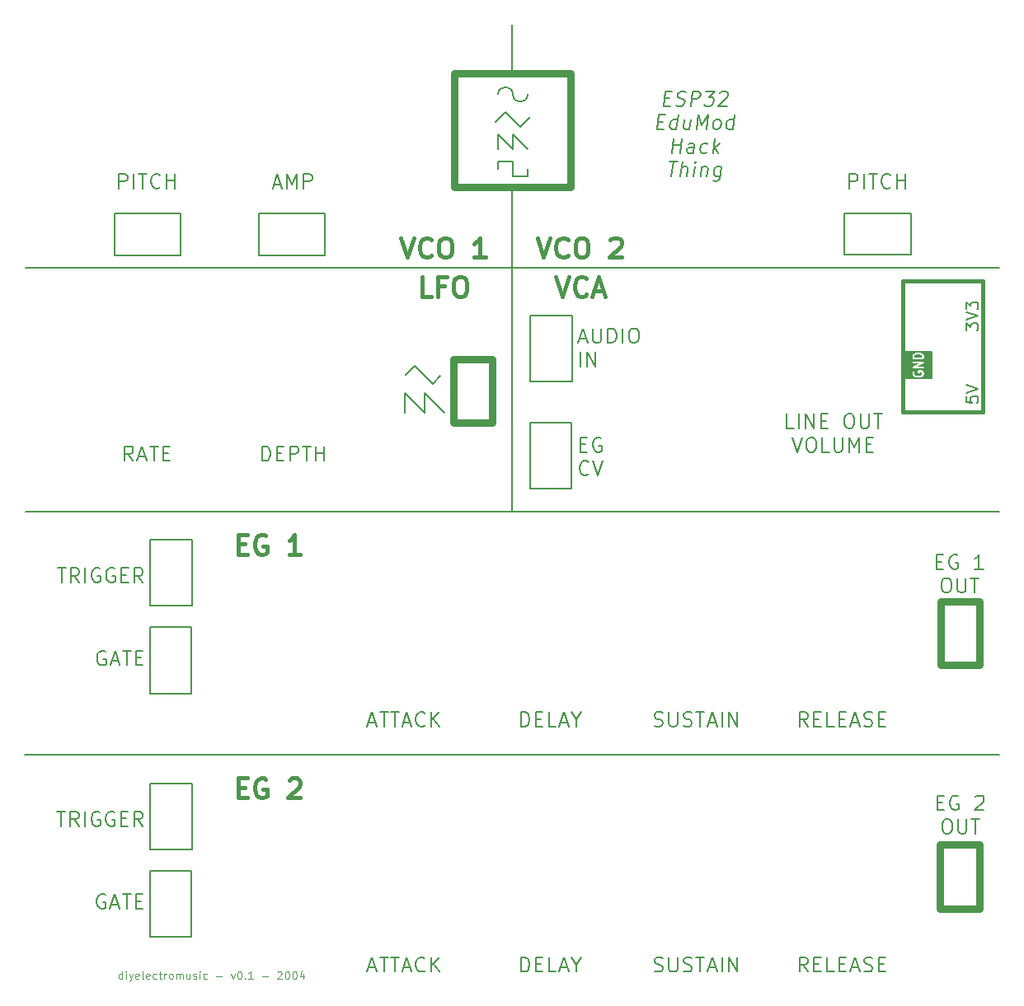
<source format=gbr>
%TF.GenerationSoftware,KiCad,Pcbnew,7.0.9*%
%TF.CreationDate,2024-04-28T21:16:15+01:00*%
%TF.ProjectId,Esp32EduModular-Panel,45737033-3245-4647-954d-6f64756c6172,rev?*%
%TF.SameCoordinates,Original*%
%TF.FileFunction,Legend,Top*%
%TF.FilePolarity,Positive*%
%FSLAX46Y46*%
G04 Gerber Fmt 4.6, Leading zero omitted, Abs format (unit mm)*
G04 Created by KiCad (PCBNEW 7.0.9) date 2024-04-28 21:16:15*
%MOMM*%
%LPD*%
G01*
G04 APERTURE LIST*
%ADD10C,0.150000*%
%ADD11C,0.800000*%
%ADD12C,0.400000*%
%ADD13C,0.200000*%
%ADD14C,0.100000*%
%ADD15C,0.180000*%
G04 APERTURE END LIST*
D10*
X89012000Y-87824000D02*
X91044000Y-89856000D01*
X100076000Y-57150000D02*
G75*
G03*
X98552000Y-57150000I-762000J0D01*
G01*
X73960000Y-69387500D02*
X80772500Y-69387500D01*
X80772500Y-73652500D01*
X73960000Y-73652500D01*
X73960000Y-69387500D01*
X100000000Y-67050000D02*
X100000000Y-100000000D01*
X91839053Y-86880947D02*
X92640947Y-86079053D01*
D11*
X93993950Y-84336250D02*
X97991050Y-84336250D01*
X97991050Y-90901650D01*
X93993950Y-90901650D01*
X93993950Y-84336250D01*
D10*
X100076000Y-61214000D02*
X101600000Y-62738000D01*
X50010000Y-100000000D02*
X150000000Y-100000000D01*
X89012000Y-89856000D02*
X89012000Y-87824000D01*
D11*
X143995000Y-109247500D02*
X148020000Y-109247500D01*
X148020000Y-115810000D01*
X143995000Y-115810000D01*
X143995000Y-109247500D01*
X94025000Y-54950000D02*
X105965000Y-54950000D01*
X105965000Y-66650000D01*
X94025000Y-66650000D01*
X94025000Y-54950000D01*
D10*
X100076000Y-62738000D02*
X100076000Y-61214000D01*
D11*
X143965000Y-134247500D02*
X147990000Y-134247500D01*
X147990000Y-140810000D01*
X143965000Y-140810000D01*
X143965000Y-134247500D01*
D10*
X91044000Y-89856000D02*
X91044000Y-87824000D01*
X98552000Y-61214000D02*
X100076000Y-62738000D01*
X100076000Y-65532000D02*
X101600000Y-65532000D01*
X99314000Y-58928000D02*
X100838000Y-60452000D01*
X89075882Y-85961118D02*
X89988752Y-85048248D01*
X101835000Y-90853750D02*
X106100000Y-90853750D01*
X106100000Y-97666250D01*
X101835000Y-97666250D01*
X101835000Y-90853750D01*
X98552000Y-62738000D02*
X98552000Y-61214000D01*
X100000000Y-50000000D02*
X100000000Y-54670000D01*
X134150000Y-69357500D02*
X140962500Y-69357500D01*
X140962500Y-73622500D01*
X134150000Y-73622500D01*
X134150000Y-69357500D01*
X49990000Y-125000000D02*
X150000000Y-125000000D01*
X62795000Y-111887500D02*
X67060000Y-111887500D01*
X67060000Y-118700000D01*
X62795000Y-118700000D01*
X62795000Y-111887500D01*
X101875000Y-79847500D02*
X106140000Y-79847500D01*
X106140000Y-86660000D01*
X101875000Y-86660000D01*
X101875000Y-79847500D01*
X140290000Y-83620000D02*
X141040000Y-83620000D01*
X141040000Y-86320000D01*
X140290000Y-86320000D01*
X140290000Y-83620000D01*
G36*
X140290000Y-83620000D02*
G01*
X141040000Y-83620000D01*
X141040000Y-86320000D01*
X140290000Y-86320000D01*
X140290000Y-83620000D01*
G37*
X62780000Y-136917500D02*
X67045000Y-136917500D01*
X67045000Y-143730000D01*
X62780000Y-143730000D01*
X62780000Y-136917500D01*
X98552000Y-64008000D02*
X100076000Y-64008000D01*
X98552000Y-64770000D02*
X98552000Y-64008000D01*
X59177500Y-69405000D02*
X65990000Y-69405000D01*
X65990000Y-73670000D01*
X59177500Y-73670000D01*
X59177500Y-69405000D01*
D12*
X140112499Y-76285001D02*
X148347500Y-76285001D01*
X148347500Y-89780000D01*
X140112499Y-89780000D01*
X140112499Y-76285001D01*
D10*
X62842500Y-127927500D02*
X67107500Y-127927500D01*
X67107500Y-134740000D01*
X62842500Y-134740000D01*
X62842500Y-127927500D01*
X98298000Y-59944000D02*
X99314000Y-58928000D01*
X100076000Y-57150000D02*
G75*
G03*
X101600000Y-57150000I762000J0D01*
G01*
X100076000Y-64008000D02*
X100076000Y-65532000D01*
X142370000Y-83620000D02*
X143120000Y-83620000D01*
X143120000Y-86320000D01*
X142370000Y-86320000D01*
X142370000Y-83620000D01*
G36*
X142370000Y-83620000D02*
G01*
X143120000Y-83620000D01*
X143120000Y-86320000D01*
X142370000Y-86320000D01*
X142370000Y-83620000D01*
G37*
X89988752Y-85048248D02*
X91828188Y-86887684D01*
X50000000Y-75000000D02*
X149990000Y-75000000D01*
X91044000Y-87824000D02*
X93076000Y-89856000D01*
X101600000Y-65532000D02*
X101600000Y-64770000D01*
X100838000Y-60452000D02*
X101854000Y-59436000D01*
X62857500Y-102897500D02*
X67122500Y-102897500D01*
X67122500Y-109710000D01*
X62857500Y-109710000D01*
X62857500Y-102897500D01*
D13*
X143592857Y-105150314D02*
X144092857Y-105150314D01*
X144307143Y-105936028D02*
X143592857Y-105936028D01*
X143592857Y-105936028D02*
X143592857Y-104436028D01*
X143592857Y-104436028D02*
X144307143Y-104436028D01*
X145735715Y-104507457D02*
X145592858Y-104436028D01*
X145592858Y-104436028D02*
X145378572Y-104436028D01*
X145378572Y-104436028D02*
X145164286Y-104507457D01*
X145164286Y-104507457D02*
X145021429Y-104650314D01*
X145021429Y-104650314D02*
X144950000Y-104793171D01*
X144950000Y-104793171D02*
X144878572Y-105078885D01*
X144878572Y-105078885D02*
X144878572Y-105293171D01*
X144878572Y-105293171D02*
X144950000Y-105578885D01*
X144950000Y-105578885D02*
X145021429Y-105721742D01*
X145021429Y-105721742D02*
X145164286Y-105864600D01*
X145164286Y-105864600D02*
X145378572Y-105936028D01*
X145378572Y-105936028D02*
X145521429Y-105936028D01*
X145521429Y-105936028D02*
X145735715Y-105864600D01*
X145735715Y-105864600D02*
X145807143Y-105793171D01*
X145807143Y-105793171D02*
X145807143Y-105293171D01*
X145807143Y-105293171D02*
X145521429Y-105293171D01*
X148378572Y-105936028D02*
X147521429Y-105936028D01*
X147950000Y-105936028D02*
X147950000Y-104436028D01*
X147950000Y-104436028D02*
X147807143Y-104650314D01*
X147807143Y-104650314D02*
X147664286Y-104793171D01*
X147664286Y-104793171D02*
X147521429Y-104864600D01*
X144450000Y-106851028D02*
X144735714Y-106851028D01*
X144735714Y-106851028D02*
X144878571Y-106922457D01*
X144878571Y-106922457D02*
X145021428Y-107065314D01*
X145021428Y-107065314D02*
X145092857Y-107351028D01*
X145092857Y-107351028D02*
X145092857Y-107851028D01*
X145092857Y-107851028D02*
X145021428Y-108136742D01*
X145021428Y-108136742D02*
X144878571Y-108279600D01*
X144878571Y-108279600D02*
X144735714Y-108351028D01*
X144735714Y-108351028D02*
X144450000Y-108351028D01*
X144450000Y-108351028D02*
X144307143Y-108279600D01*
X144307143Y-108279600D02*
X144164285Y-108136742D01*
X144164285Y-108136742D02*
X144092857Y-107851028D01*
X144092857Y-107851028D02*
X144092857Y-107351028D01*
X144092857Y-107351028D02*
X144164285Y-107065314D01*
X144164285Y-107065314D02*
X144307143Y-106922457D01*
X144307143Y-106922457D02*
X144450000Y-106851028D01*
X145735714Y-106851028D02*
X145735714Y-108065314D01*
X145735714Y-108065314D02*
X145807143Y-108208171D01*
X145807143Y-108208171D02*
X145878572Y-108279600D01*
X145878572Y-108279600D02*
X146021429Y-108351028D01*
X146021429Y-108351028D02*
X146307143Y-108351028D01*
X146307143Y-108351028D02*
X146450000Y-108279600D01*
X146450000Y-108279600D02*
X146521429Y-108208171D01*
X146521429Y-108208171D02*
X146592857Y-108065314D01*
X146592857Y-108065314D02*
X146592857Y-106851028D01*
X147092858Y-106851028D02*
X147950001Y-106851028D01*
X147521429Y-108351028D02*
X147521429Y-106851028D01*
X85257143Y-121677457D02*
X85971429Y-121677457D01*
X85114286Y-122106028D02*
X85614286Y-120606028D01*
X85614286Y-120606028D02*
X86114286Y-122106028D01*
X86400000Y-120606028D02*
X87257143Y-120606028D01*
X86828571Y-122106028D02*
X86828571Y-120606028D01*
X87542857Y-120606028D02*
X88400000Y-120606028D01*
X87971428Y-122106028D02*
X87971428Y-120606028D01*
X88828571Y-121677457D02*
X89542857Y-121677457D01*
X88685714Y-122106028D02*
X89185714Y-120606028D01*
X89185714Y-120606028D02*
X89685714Y-122106028D01*
X91042856Y-121963171D02*
X90971428Y-122034600D01*
X90971428Y-122034600D02*
X90757142Y-122106028D01*
X90757142Y-122106028D02*
X90614285Y-122106028D01*
X90614285Y-122106028D02*
X90399999Y-122034600D01*
X90399999Y-122034600D02*
X90257142Y-121891742D01*
X90257142Y-121891742D02*
X90185713Y-121748885D01*
X90185713Y-121748885D02*
X90114285Y-121463171D01*
X90114285Y-121463171D02*
X90114285Y-121248885D01*
X90114285Y-121248885D02*
X90185713Y-120963171D01*
X90185713Y-120963171D02*
X90257142Y-120820314D01*
X90257142Y-120820314D02*
X90399999Y-120677457D01*
X90399999Y-120677457D02*
X90614285Y-120606028D01*
X90614285Y-120606028D02*
X90757142Y-120606028D01*
X90757142Y-120606028D02*
X90971428Y-120677457D01*
X90971428Y-120677457D02*
X91042856Y-120748885D01*
X91685713Y-122106028D02*
X91685713Y-120606028D01*
X92542856Y-122106028D02*
X91899999Y-121248885D01*
X92542856Y-120606028D02*
X91685713Y-121463171D01*
X146642742Y-88211279D02*
X146642742Y-88782707D01*
X146642742Y-88782707D02*
X147214171Y-88839850D01*
X147214171Y-88839850D02*
X147157028Y-88782707D01*
X147157028Y-88782707D02*
X147099885Y-88668422D01*
X147099885Y-88668422D02*
X147099885Y-88382707D01*
X147099885Y-88382707D02*
X147157028Y-88268422D01*
X147157028Y-88268422D02*
X147214171Y-88211279D01*
X147214171Y-88211279D02*
X147328457Y-88154136D01*
X147328457Y-88154136D02*
X147614171Y-88154136D01*
X147614171Y-88154136D02*
X147728457Y-88211279D01*
X147728457Y-88211279D02*
X147785600Y-88268422D01*
X147785600Y-88268422D02*
X147842742Y-88382707D01*
X147842742Y-88382707D02*
X147842742Y-88668422D01*
X147842742Y-88668422D02*
X147785600Y-88782707D01*
X147785600Y-88782707D02*
X147728457Y-88839850D01*
X146642742Y-87811279D02*
X147842742Y-87411279D01*
X147842742Y-87411279D02*
X146642742Y-87011279D01*
X58225565Y-114377457D02*
X58082708Y-114306028D01*
X58082708Y-114306028D02*
X57868422Y-114306028D01*
X57868422Y-114306028D02*
X57654136Y-114377457D01*
X57654136Y-114377457D02*
X57511279Y-114520314D01*
X57511279Y-114520314D02*
X57439850Y-114663171D01*
X57439850Y-114663171D02*
X57368422Y-114948885D01*
X57368422Y-114948885D02*
X57368422Y-115163171D01*
X57368422Y-115163171D02*
X57439850Y-115448885D01*
X57439850Y-115448885D02*
X57511279Y-115591742D01*
X57511279Y-115591742D02*
X57654136Y-115734600D01*
X57654136Y-115734600D02*
X57868422Y-115806028D01*
X57868422Y-115806028D02*
X58011279Y-115806028D01*
X58011279Y-115806028D02*
X58225565Y-115734600D01*
X58225565Y-115734600D02*
X58296993Y-115663171D01*
X58296993Y-115663171D02*
X58296993Y-115163171D01*
X58296993Y-115163171D02*
X58011279Y-115163171D01*
X58868422Y-115377457D02*
X59582708Y-115377457D01*
X58725565Y-115806028D02*
X59225565Y-114306028D01*
X59225565Y-114306028D02*
X59725565Y-115806028D01*
X60011279Y-114306028D02*
X60868422Y-114306028D01*
X60439850Y-115806028D02*
X60439850Y-114306028D01*
X61368421Y-115020314D02*
X61868421Y-115020314D01*
X62082707Y-115806028D02*
X61368421Y-115806028D01*
X61368421Y-115806028D02*
X61368421Y-114306028D01*
X61368421Y-114306028D02*
X62082707Y-114306028D01*
X85257143Y-146877457D02*
X85971429Y-146877457D01*
X85114286Y-147306028D02*
X85614286Y-145806028D01*
X85614286Y-145806028D02*
X86114286Y-147306028D01*
X86400000Y-145806028D02*
X87257143Y-145806028D01*
X86828571Y-147306028D02*
X86828571Y-145806028D01*
X87542857Y-145806028D02*
X88400000Y-145806028D01*
X87971428Y-147306028D02*
X87971428Y-145806028D01*
X88828571Y-146877457D02*
X89542857Y-146877457D01*
X88685714Y-147306028D02*
X89185714Y-145806028D01*
X89185714Y-145806028D02*
X89685714Y-147306028D01*
X91042856Y-147163171D02*
X90971428Y-147234600D01*
X90971428Y-147234600D02*
X90757142Y-147306028D01*
X90757142Y-147306028D02*
X90614285Y-147306028D01*
X90614285Y-147306028D02*
X90399999Y-147234600D01*
X90399999Y-147234600D02*
X90257142Y-147091742D01*
X90257142Y-147091742D02*
X90185713Y-146948885D01*
X90185713Y-146948885D02*
X90114285Y-146663171D01*
X90114285Y-146663171D02*
X90114285Y-146448885D01*
X90114285Y-146448885D02*
X90185713Y-146163171D01*
X90185713Y-146163171D02*
X90257142Y-146020314D01*
X90257142Y-146020314D02*
X90399999Y-145877457D01*
X90399999Y-145877457D02*
X90614285Y-145806028D01*
X90614285Y-145806028D02*
X90757142Y-145806028D01*
X90757142Y-145806028D02*
X90971428Y-145877457D01*
X90971428Y-145877457D02*
X91042856Y-145948885D01*
X91685713Y-147306028D02*
X91685713Y-145806028D01*
X92542856Y-147306028D02*
X91899999Y-146448885D01*
X92542856Y-145806028D02*
X91685713Y-146663171D01*
X130364285Y-122106028D02*
X129864285Y-121391742D01*
X129507142Y-122106028D02*
X129507142Y-120606028D01*
X129507142Y-120606028D02*
X130078571Y-120606028D01*
X130078571Y-120606028D02*
X130221428Y-120677457D01*
X130221428Y-120677457D02*
X130292857Y-120748885D01*
X130292857Y-120748885D02*
X130364285Y-120891742D01*
X130364285Y-120891742D02*
X130364285Y-121106028D01*
X130364285Y-121106028D02*
X130292857Y-121248885D01*
X130292857Y-121248885D02*
X130221428Y-121320314D01*
X130221428Y-121320314D02*
X130078571Y-121391742D01*
X130078571Y-121391742D02*
X129507142Y-121391742D01*
X131007142Y-121320314D02*
X131507142Y-121320314D01*
X131721428Y-122106028D02*
X131007142Y-122106028D01*
X131007142Y-122106028D02*
X131007142Y-120606028D01*
X131007142Y-120606028D02*
X131721428Y-120606028D01*
X133078571Y-122106028D02*
X132364285Y-122106028D01*
X132364285Y-122106028D02*
X132364285Y-120606028D01*
X133578571Y-121320314D02*
X134078571Y-121320314D01*
X134292857Y-122106028D02*
X133578571Y-122106028D01*
X133578571Y-122106028D02*
X133578571Y-120606028D01*
X133578571Y-120606028D02*
X134292857Y-120606028D01*
X134864286Y-121677457D02*
X135578572Y-121677457D01*
X134721429Y-122106028D02*
X135221429Y-120606028D01*
X135221429Y-120606028D02*
X135721429Y-122106028D01*
X136150000Y-122034600D02*
X136364286Y-122106028D01*
X136364286Y-122106028D02*
X136721428Y-122106028D01*
X136721428Y-122106028D02*
X136864286Y-122034600D01*
X136864286Y-122034600D02*
X136935714Y-121963171D01*
X136935714Y-121963171D02*
X137007143Y-121820314D01*
X137007143Y-121820314D02*
X137007143Y-121677457D01*
X137007143Y-121677457D02*
X136935714Y-121534600D01*
X136935714Y-121534600D02*
X136864286Y-121463171D01*
X136864286Y-121463171D02*
X136721428Y-121391742D01*
X136721428Y-121391742D02*
X136435714Y-121320314D01*
X136435714Y-121320314D02*
X136292857Y-121248885D01*
X136292857Y-121248885D02*
X136221428Y-121177457D01*
X136221428Y-121177457D02*
X136150000Y-121034600D01*
X136150000Y-121034600D02*
X136150000Y-120891742D01*
X136150000Y-120891742D02*
X136221428Y-120748885D01*
X136221428Y-120748885D02*
X136292857Y-120677457D01*
X136292857Y-120677457D02*
X136435714Y-120606028D01*
X136435714Y-120606028D02*
X136792857Y-120606028D01*
X136792857Y-120606028D02*
X137007143Y-120677457D01*
X137649999Y-121320314D02*
X138149999Y-121320314D01*
X138364285Y-122106028D02*
X137649999Y-122106028D01*
X137649999Y-122106028D02*
X137649999Y-120606028D01*
X137649999Y-120606028D02*
X138364285Y-120606028D01*
X128928570Y-91476028D02*
X128214284Y-91476028D01*
X128214284Y-91476028D02*
X128214284Y-89976028D01*
X129428570Y-91476028D02*
X129428570Y-89976028D01*
X130142856Y-91476028D02*
X130142856Y-89976028D01*
X130142856Y-89976028D02*
X130999999Y-91476028D01*
X130999999Y-91476028D02*
X130999999Y-89976028D01*
X131714285Y-90690314D02*
X132214285Y-90690314D01*
X132428571Y-91476028D02*
X131714285Y-91476028D01*
X131714285Y-91476028D02*
X131714285Y-89976028D01*
X131714285Y-89976028D02*
X132428571Y-89976028D01*
X134500000Y-89976028D02*
X134785714Y-89976028D01*
X134785714Y-89976028D02*
X134928571Y-90047457D01*
X134928571Y-90047457D02*
X135071428Y-90190314D01*
X135071428Y-90190314D02*
X135142857Y-90476028D01*
X135142857Y-90476028D02*
X135142857Y-90976028D01*
X135142857Y-90976028D02*
X135071428Y-91261742D01*
X135071428Y-91261742D02*
X134928571Y-91404600D01*
X134928571Y-91404600D02*
X134785714Y-91476028D01*
X134785714Y-91476028D02*
X134500000Y-91476028D01*
X134500000Y-91476028D02*
X134357143Y-91404600D01*
X134357143Y-91404600D02*
X134214285Y-91261742D01*
X134214285Y-91261742D02*
X134142857Y-90976028D01*
X134142857Y-90976028D02*
X134142857Y-90476028D01*
X134142857Y-90476028D02*
X134214285Y-90190314D01*
X134214285Y-90190314D02*
X134357143Y-90047457D01*
X134357143Y-90047457D02*
X134500000Y-89976028D01*
X135785714Y-89976028D02*
X135785714Y-91190314D01*
X135785714Y-91190314D02*
X135857143Y-91333171D01*
X135857143Y-91333171D02*
X135928572Y-91404600D01*
X135928572Y-91404600D02*
X136071429Y-91476028D01*
X136071429Y-91476028D02*
X136357143Y-91476028D01*
X136357143Y-91476028D02*
X136500000Y-91404600D01*
X136500000Y-91404600D02*
X136571429Y-91333171D01*
X136571429Y-91333171D02*
X136642857Y-91190314D01*
X136642857Y-91190314D02*
X136642857Y-89976028D01*
X137142858Y-89976028D02*
X138000001Y-89976028D01*
X137571429Y-91476028D02*
X137571429Y-89976028D01*
X128785714Y-92391028D02*
X129285714Y-93891028D01*
X129285714Y-93891028D02*
X129785714Y-92391028D01*
X130571428Y-92391028D02*
X130857142Y-92391028D01*
X130857142Y-92391028D02*
X130999999Y-92462457D01*
X130999999Y-92462457D02*
X131142856Y-92605314D01*
X131142856Y-92605314D02*
X131214285Y-92891028D01*
X131214285Y-92891028D02*
X131214285Y-93391028D01*
X131214285Y-93391028D02*
X131142856Y-93676742D01*
X131142856Y-93676742D02*
X130999999Y-93819600D01*
X130999999Y-93819600D02*
X130857142Y-93891028D01*
X130857142Y-93891028D02*
X130571428Y-93891028D01*
X130571428Y-93891028D02*
X130428571Y-93819600D01*
X130428571Y-93819600D02*
X130285713Y-93676742D01*
X130285713Y-93676742D02*
X130214285Y-93391028D01*
X130214285Y-93391028D02*
X130214285Y-92891028D01*
X130214285Y-92891028D02*
X130285713Y-92605314D01*
X130285713Y-92605314D02*
X130428571Y-92462457D01*
X130428571Y-92462457D02*
X130571428Y-92391028D01*
X132571428Y-93891028D02*
X131857142Y-93891028D01*
X131857142Y-93891028D02*
X131857142Y-92391028D01*
X133071428Y-92391028D02*
X133071428Y-93605314D01*
X133071428Y-93605314D02*
X133142857Y-93748171D01*
X133142857Y-93748171D02*
X133214286Y-93819600D01*
X133214286Y-93819600D02*
X133357143Y-93891028D01*
X133357143Y-93891028D02*
X133642857Y-93891028D01*
X133642857Y-93891028D02*
X133785714Y-93819600D01*
X133785714Y-93819600D02*
X133857143Y-93748171D01*
X133857143Y-93748171D02*
X133928571Y-93605314D01*
X133928571Y-93605314D02*
X133928571Y-92391028D01*
X134642857Y-93891028D02*
X134642857Y-92391028D01*
X134642857Y-92391028D02*
X135142857Y-93462457D01*
X135142857Y-93462457D02*
X135642857Y-92391028D01*
X135642857Y-92391028D02*
X135642857Y-93891028D01*
X136357143Y-93105314D02*
X136857143Y-93105314D01*
X137071429Y-93891028D02*
X136357143Y-93891028D01*
X136357143Y-93891028D02*
X136357143Y-92391028D01*
X136357143Y-92391028D02*
X137071429Y-92391028D01*
D14*
X59979122Y-148046895D02*
X59979122Y-147246895D01*
X59979122Y-148008800D02*
X59902931Y-148046895D01*
X59902931Y-148046895D02*
X59750550Y-148046895D01*
X59750550Y-148046895D02*
X59674360Y-148008800D01*
X59674360Y-148008800D02*
X59636265Y-147970704D01*
X59636265Y-147970704D02*
X59598169Y-147894514D01*
X59598169Y-147894514D02*
X59598169Y-147665942D01*
X59598169Y-147665942D02*
X59636265Y-147589752D01*
X59636265Y-147589752D02*
X59674360Y-147551657D01*
X59674360Y-147551657D02*
X59750550Y-147513561D01*
X59750550Y-147513561D02*
X59902931Y-147513561D01*
X59902931Y-147513561D02*
X59979122Y-147551657D01*
X60360075Y-148046895D02*
X60360075Y-147513561D01*
X60360075Y-147246895D02*
X60321979Y-147284990D01*
X60321979Y-147284990D02*
X60360075Y-147323085D01*
X60360075Y-147323085D02*
X60398170Y-147284990D01*
X60398170Y-147284990D02*
X60360075Y-147246895D01*
X60360075Y-147246895D02*
X60360075Y-147323085D01*
X60664836Y-147513561D02*
X60855312Y-148046895D01*
X61045789Y-147513561D02*
X60855312Y-148046895D01*
X60855312Y-148046895D02*
X60779122Y-148237371D01*
X60779122Y-148237371D02*
X60741027Y-148275466D01*
X60741027Y-148275466D02*
X60664836Y-148313561D01*
X61655313Y-148008800D02*
X61579122Y-148046895D01*
X61579122Y-148046895D02*
X61426741Y-148046895D01*
X61426741Y-148046895D02*
X61350551Y-148008800D01*
X61350551Y-148008800D02*
X61312455Y-147932609D01*
X61312455Y-147932609D02*
X61312455Y-147627847D01*
X61312455Y-147627847D02*
X61350551Y-147551657D01*
X61350551Y-147551657D02*
X61426741Y-147513561D01*
X61426741Y-147513561D02*
X61579122Y-147513561D01*
X61579122Y-147513561D02*
X61655313Y-147551657D01*
X61655313Y-147551657D02*
X61693408Y-147627847D01*
X61693408Y-147627847D02*
X61693408Y-147704038D01*
X61693408Y-147704038D02*
X61312455Y-147780228D01*
X62150550Y-148046895D02*
X62074360Y-148008800D01*
X62074360Y-148008800D02*
X62036265Y-147932609D01*
X62036265Y-147932609D02*
X62036265Y-147246895D01*
X62760075Y-148008800D02*
X62683884Y-148046895D01*
X62683884Y-148046895D02*
X62531503Y-148046895D01*
X62531503Y-148046895D02*
X62455313Y-148008800D01*
X62455313Y-148008800D02*
X62417217Y-147932609D01*
X62417217Y-147932609D02*
X62417217Y-147627847D01*
X62417217Y-147627847D02*
X62455313Y-147551657D01*
X62455313Y-147551657D02*
X62531503Y-147513561D01*
X62531503Y-147513561D02*
X62683884Y-147513561D01*
X62683884Y-147513561D02*
X62760075Y-147551657D01*
X62760075Y-147551657D02*
X62798170Y-147627847D01*
X62798170Y-147627847D02*
X62798170Y-147704038D01*
X62798170Y-147704038D02*
X62417217Y-147780228D01*
X63483884Y-148008800D02*
X63407693Y-148046895D01*
X63407693Y-148046895D02*
X63255312Y-148046895D01*
X63255312Y-148046895D02*
X63179122Y-148008800D01*
X63179122Y-148008800D02*
X63141027Y-147970704D01*
X63141027Y-147970704D02*
X63102931Y-147894514D01*
X63102931Y-147894514D02*
X63102931Y-147665942D01*
X63102931Y-147665942D02*
X63141027Y-147589752D01*
X63141027Y-147589752D02*
X63179122Y-147551657D01*
X63179122Y-147551657D02*
X63255312Y-147513561D01*
X63255312Y-147513561D02*
X63407693Y-147513561D01*
X63407693Y-147513561D02*
X63483884Y-147551657D01*
X63712455Y-147513561D02*
X64017217Y-147513561D01*
X63826741Y-147246895D02*
X63826741Y-147932609D01*
X63826741Y-147932609D02*
X63864836Y-148008800D01*
X63864836Y-148008800D02*
X63941026Y-148046895D01*
X63941026Y-148046895D02*
X64017217Y-148046895D01*
X64283884Y-148046895D02*
X64283884Y-147513561D01*
X64283884Y-147665942D02*
X64321979Y-147589752D01*
X64321979Y-147589752D02*
X64360074Y-147551657D01*
X64360074Y-147551657D02*
X64436265Y-147513561D01*
X64436265Y-147513561D02*
X64512455Y-147513561D01*
X64893407Y-148046895D02*
X64817217Y-148008800D01*
X64817217Y-148008800D02*
X64779122Y-147970704D01*
X64779122Y-147970704D02*
X64741026Y-147894514D01*
X64741026Y-147894514D02*
X64741026Y-147665942D01*
X64741026Y-147665942D02*
X64779122Y-147589752D01*
X64779122Y-147589752D02*
X64817217Y-147551657D01*
X64817217Y-147551657D02*
X64893407Y-147513561D01*
X64893407Y-147513561D02*
X65007693Y-147513561D01*
X65007693Y-147513561D02*
X65083884Y-147551657D01*
X65083884Y-147551657D02*
X65121979Y-147589752D01*
X65121979Y-147589752D02*
X65160074Y-147665942D01*
X65160074Y-147665942D02*
X65160074Y-147894514D01*
X65160074Y-147894514D02*
X65121979Y-147970704D01*
X65121979Y-147970704D02*
X65083884Y-148008800D01*
X65083884Y-148008800D02*
X65007693Y-148046895D01*
X65007693Y-148046895D02*
X64893407Y-148046895D01*
X65502932Y-148046895D02*
X65502932Y-147513561D01*
X65502932Y-147589752D02*
X65541027Y-147551657D01*
X65541027Y-147551657D02*
X65617217Y-147513561D01*
X65617217Y-147513561D02*
X65731503Y-147513561D01*
X65731503Y-147513561D02*
X65807694Y-147551657D01*
X65807694Y-147551657D02*
X65845789Y-147627847D01*
X65845789Y-147627847D02*
X65845789Y-148046895D01*
X65845789Y-147627847D02*
X65883884Y-147551657D01*
X65883884Y-147551657D02*
X65960075Y-147513561D01*
X65960075Y-147513561D02*
X66074360Y-147513561D01*
X66074360Y-147513561D02*
X66150551Y-147551657D01*
X66150551Y-147551657D02*
X66188646Y-147627847D01*
X66188646Y-147627847D02*
X66188646Y-148046895D01*
X66912456Y-147513561D02*
X66912456Y-148046895D01*
X66569599Y-147513561D02*
X66569599Y-147932609D01*
X66569599Y-147932609D02*
X66607694Y-148008800D01*
X66607694Y-148008800D02*
X66683884Y-148046895D01*
X66683884Y-148046895D02*
X66798170Y-148046895D01*
X66798170Y-148046895D02*
X66874361Y-148008800D01*
X66874361Y-148008800D02*
X66912456Y-147970704D01*
X67255313Y-148008800D02*
X67331504Y-148046895D01*
X67331504Y-148046895D02*
X67483885Y-148046895D01*
X67483885Y-148046895D02*
X67560075Y-148008800D01*
X67560075Y-148008800D02*
X67598171Y-147932609D01*
X67598171Y-147932609D02*
X67598171Y-147894514D01*
X67598171Y-147894514D02*
X67560075Y-147818323D01*
X67560075Y-147818323D02*
X67483885Y-147780228D01*
X67483885Y-147780228D02*
X67369599Y-147780228D01*
X67369599Y-147780228D02*
X67293409Y-147742133D01*
X67293409Y-147742133D02*
X67255313Y-147665942D01*
X67255313Y-147665942D02*
X67255313Y-147627847D01*
X67255313Y-147627847D02*
X67293409Y-147551657D01*
X67293409Y-147551657D02*
X67369599Y-147513561D01*
X67369599Y-147513561D02*
X67483885Y-147513561D01*
X67483885Y-147513561D02*
X67560075Y-147551657D01*
X67941028Y-148046895D02*
X67941028Y-147513561D01*
X67941028Y-147246895D02*
X67902932Y-147284990D01*
X67902932Y-147284990D02*
X67941028Y-147323085D01*
X67941028Y-147323085D02*
X67979123Y-147284990D01*
X67979123Y-147284990D02*
X67941028Y-147246895D01*
X67941028Y-147246895D02*
X67941028Y-147323085D01*
X68664837Y-148008800D02*
X68588646Y-148046895D01*
X68588646Y-148046895D02*
X68436265Y-148046895D01*
X68436265Y-148046895D02*
X68360075Y-148008800D01*
X68360075Y-148008800D02*
X68321980Y-147970704D01*
X68321980Y-147970704D02*
X68283884Y-147894514D01*
X68283884Y-147894514D02*
X68283884Y-147665942D01*
X68283884Y-147665942D02*
X68321980Y-147589752D01*
X68321980Y-147589752D02*
X68360075Y-147551657D01*
X68360075Y-147551657D02*
X68436265Y-147513561D01*
X68436265Y-147513561D02*
X68588646Y-147513561D01*
X68588646Y-147513561D02*
X68664837Y-147551657D01*
X69617218Y-147742133D02*
X70226742Y-147742133D01*
X71141027Y-147513561D02*
X71331503Y-148046895D01*
X71331503Y-148046895D02*
X71521980Y-147513561D01*
X71979123Y-147246895D02*
X72055313Y-147246895D01*
X72055313Y-147246895D02*
X72131504Y-147284990D01*
X72131504Y-147284990D02*
X72169599Y-147323085D01*
X72169599Y-147323085D02*
X72207694Y-147399276D01*
X72207694Y-147399276D02*
X72245789Y-147551657D01*
X72245789Y-147551657D02*
X72245789Y-147742133D01*
X72245789Y-147742133D02*
X72207694Y-147894514D01*
X72207694Y-147894514D02*
X72169599Y-147970704D01*
X72169599Y-147970704D02*
X72131504Y-148008800D01*
X72131504Y-148008800D02*
X72055313Y-148046895D01*
X72055313Y-148046895D02*
X71979123Y-148046895D01*
X71979123Y-148046895D02*
X71902932Y-148008800D01*
X71902932Y-148008800D02*
X71864837Y-147970704D01*
X71864837Y-147970704D02*
X71826742Y-147894514D01*
X71826742Y-147894514D02*
X71788646Y-147742133D01*
X71788646Y-147742133D02*
X71788646Y-147551657D01*
X71788646Y-147551657D02*
X71826742Y-147399276D01*
X71826742Y-147399276D02*
X71864837Y-147323085D01*
X71864837Y-147323085D02*
X71902932Y-147284990D01*
X71902932Y-147284990D02*
X71979123Y-147246895D01*
X72588647Y-147970704D02*
X72626742Y-148008800D01*
X72626742Y-148008800D02*
X72588647Y-148046895D01*
X72588647Y-148046895D02*
X72550551Y-148008800D01*
X72550551Y-148008800D02*
X72588647Y-147970704D01*
X72588647Y-147970704D02*
X72588647Y-148046895D01*
X73388646Y-148046895D02*
X72931503Y-148046895D01*
X73160075Y-148046895D02*
X73160075Y-147246895D01*
X73160075Y-147246895D02*
X73083884Y-147361180D01*
X73083884Y-147361180D02*
X73007694Y-147437371D01*
X73007694Y-147437371D02*
X72931503Y-147475466D01*
X74341028Y-147742133D02*
X74950552Y-147742133D01*
X75902932Y-147323085D02*
X75941028Y-147284990D01*
X75941028Y-147284990D02*
X76017218Y-147246895D01*
X76017218Y-147246895D02*
X76207694Y-147246895D01*
X76207694Y-147246895D02*
X76283885Y-147284990D01*
X76283885Y-147284990D02*
X76321980Y-147323085D01*
X76321980Y-147323085D02*
X76360075Y-147399276D01*
X76360075Y-147399276D02*
X76360075Y-147475466D01*
X76360075Y-147475466D02*
X76321980Y-147589752D01*
X76321980Y-147589752D02*
X75864837Y-148046895D01*
X75864837Y-148046895D02*
X76360075Y-148046895D01*
X76855314Y-147246895D02*
X76931504Y-147246895D01*
X76931504Y-147246895D02*
X77007695Y-147284990D01*
X77007695Y-147284990D02*
X77045790Y-147323085D01*
X77045790Y-147323085D02*
X77083885Y-147399276D01*
X77083885Y-147399276D02*
X77121980Y-147551657D01*
X77121980Y-147551657D02*
X77121980Y-147742133D01*
X77121980Y-147742133D02*
X77083885Y-147894514D01*
X77083885Y-147894514D02*
X77045790Y-147970704D01*
X77045790Y-147970704D02*
X77007695Y-148008800D01*
X77007695Y-148008800D02*
X76931504Y-148046895D01*
X76931504Y-148046895D02*
X76855314Y-148046895D01*
X76855314Y-148046895D02*
X76779123Y-148008800D01*
X76779123Y-148008800D02*
X76741028Y-147970704D01*
X76741028Y-147970704D02*
X76702933Y-147894514D01*
X76702933Y-147894514D02*
X76664837Y-147742133D01*
X76664837Y-147742133D02*
X76664837Y-147551657D01*
X76664837Y-147551657D02*
X76702933Y-147399276D01*
X76702933Y-147399276D02*
X76741028Y-147323085D01*
X76741028Y-147323085D02*
X76779123Y-147284990D01*
X76779123Y-147284990D02*
X76855314Y-147246895D01*
X77617219Y-147246895D02*
X77693409Y-147246895D01*
X77693409Y-147246895D02*
X77769600Y-147284990D01*
X77769600Y-147284990D02*
X77807695Y-147323085D01*
X77807695Y-147323085D02*
X77845790Y-147399276D01*
X77845790Y-147399276D02*
X77883885Y-147551657D01*
X77883885Y-147551657D02*
X77883885Y-147742133D01*
X77883885Y-147742133D02*
X77845790Y-147894514D01*
X77845790Y-147894514D02*
X77807695Y-147970704D01*
X77807695Y-147970704D02*
X77769600Y-148008800D01*
X77769600Y-148008800D02*
X77693409Y-148046895D01*
X77693409Y-148046895D02*
X77617219Y-148046895D01*
X77617219Y-148046895D02*
X77541028Y-148008800D01*
X77541028Y-148008800D02*
X77502933Y-147970704D01*
X77502933Y-147970704D02*
X77464838Y-147894514D01*
X77464838Y-147894514D02*
X77426742Y-147742133D01*
X77426742Y-147742133D02*
X77426742Y-147551657D01*
X77426742Y-147551657D02*
X77464838Y-147399276D01*
X77464838Y-147399276D02*
X77502933Y-147323085D01*
X77502933Y-147323085D02*
X77541028Y-147284990D01*
X77541028Y-147284990D02*
X77617219Y-147246895D01*
X78569600Y-147513561D02*
X78569600Y-148046895D01*
X78379124Y-147208800D02*
X78188647Y-147780228D01*
X78188647Y-147780228D02*
X78683886Y-147780228D01*
D13*
X106988720Y-93105314D02*
X107488720Y-93105314D01*
X107703006Y-93891028D02*
X106988720Y-93891028D01*
X106988720Y-93891028D02*
X106988720Y-92391028D01*
X106988720Y-92391028D02*
X107703006Y-92391028D01*
X109131578Y-92462457D02*
X108988721Y-92391028D01*
X108988721Y-92391028D02*
X108774435Y-92391028D01*
X108774435Y-92391028D02*
X108560149Y-92462457D01*
X108560149Y-92462457D02*
X108417292Y-92605314D01*
X108417292Y-92605314D02*
X108345863Y-92748171D01*
X108345863Y-92748171D02*
X108274435Y-93033885D01*
X108274435Y-93033885D02*
X108274435Y-93248171D01*
X108274435Y-93248171D02*
X108345863Y-93533885D01*
X108345863Y-93533885D02*
X108417292Y-93676742D01*
X108417292Y-93676742D02*
X108560149Y-93819600D01*
X108560149Y-93819600D02*
X108774435Y-93891028D01*
X108774435Y-93891028D02*
X108917292Y-93891028D01*
X108917292Y-93891028D02*
X109131578Y-93819600D01*
X109131578Y-93819600D02*
X109203006Y-93748171D01*
X109203006Y-93748171D02*
X109203006Y-93248171D01*
X109203006Y-93248171D02*
X108917292Y-93248171D01*
X107845863Y-96163171D02*
X107774435Y-96234600D01*
X107774435Y-96234600D02*
X107560149Y-96306028D01*
X107560149Y-96306028D02*
X107417292Y-96306028D01*
X107417292Y-96306028D02*
X107203006Y-96234600D01*
X107203006Y-96234600D02*
X107060149Y-96091742D01*
X107060149Y-96091742D02*
X106988720Y-95948885D01*
X106988720Y-95948885D02*
X106917292Y-95663171D01*
X106917292Y-95663171D02*
X106917292Y-95448885D01*
X106917292Y-95448885D02*
X106988720Y-95163171D01*
X106988720Y-95163171D02*
X107060149Y-95020314D01*
X107060149Y-95020314D02*
X107203006Y-94877457D01*
X107203006Y-94877457D02*
X107417292Y-94806028D01*
X107417292Y-94806028D02*
X107560149Y-94806028D01*
X107560149Y-94806028D02*
X107774435Y-94877457D01*
X107774435Y-94877457D02*
X107845863Y-94948885D01*
X108274435Y-94806028D02*
X108774435Y-96306028D01*
X108774435Y-96306028D02*
X109274435Y-94806028D01*
X75535714Y-66377457D02*
X76250000Y-66377457D01*
X75392857Y-66806028D02*
X75892857Y-65306028D01*
X75892857Y-65306028D02*
X76392857Y-66806028D01*
X76892856Y-66806028D02*
X76892856Y-65306028D01*
X76892856Y-65306028D02*
X77392856Y-66377457D01*
X77392856Y-66377457D02*
X77892856Y-65306028D01*
X77892856Y-65306028D02*
X77892856Y-66806028D01*
X78607142Y-66806028D02*
X78607142Y-65306028D01*
X78607142Y-65306028D02*
X79178571Y-65306028D01*
X79178571Y-65306028D02*
X79321428Y-65377457D01*
X79321428Y-65377457D02*
X79392857Y-65448885D01*
X79392857Y-65448885D02*
X79464285Y-65591742D01*
X79464285Y-65591742D02*
X79464285Y-65806028D01*
X79464285Y-65806028D02*
X79392857Y-65948885D01*
X79392857Y-65948885D02*
X79321428Y-66020314D01*
X79321428Y-66020314D02*
X79178571Y-66091742D01*
X79178571Y-66091742D02*
X78607142Y-66091742D01*
X106917292Y-82262457D02*
X107631578Y-82262457D01*
X106774435Y-82691028D02*
X107274435Y-81191028D01*
X107274435Y-81191028D02*
X107774435Y-82691028D01*
X108274434Y-81191028D02*
X108274434Y-82405314D01*
X108274434Y-82405314D02*
X108345863Y-82548171D01*
X108345863Y-82548171D02*
X108417292Y-82619600D01*
X108417292Y-82619600D02*
X108560149Y-82691028D01*
X108560149Y-82691028D02*
X108845863Y-82691028D01*
X108845863Y-82691028D02*
X108988720Y-82619600D01*
X108988720Y-82619600D02*
X109060149Y-82548171D01*
X109060149Y-82548171D02*
X109131577Y-82405314D01*
X109131577Y-82405314D02*
X109131577Y-81191028D01*
X109845863Y-82691028D02*
X109845863Y-81191028D01*
X109845863Y-81191028D02*
X110203006Y-81191028D01*
X110203006Y-81191028D02*
X110417292Y-81262457D01*
X110417292Y-81262457D02*
X110560149Y-81405314D01*
X110560149Y-81405314D02*
X110631578Y-81548171D01*
X110631578Y-81548171D02*
X110703006Y-81833885D01*
X110703006Y-81833885D02*
X110703006Y-82048171D01*
X110703006Y-82048171D02*
X110631578Y-82333885D01*
X110631578Y-82333885D02*
X110560149Y-82476742D01*
X110560149Y-82476742D02*
X110417292Y-82619600D01*
X110417292Y-82619600D02*
X110203006Y-82691028D01*
X110203006Y-82691028D02*
X109845863Y-82691028D01*
X111345863Y-82691028D02*
X111345863Y-81191028D01*
X112345864Y-81191028D02*
X112631578Y-81191028D01*
X112631578Y-81191028D02*
X112774435Y-81262457D01*
X112774435Y-81262457D02*
X112917292Y-81405314D01*
X112917292Y-81405314D02*
X112988721Y-81691028D01*
X112988721Y-81691028D02*
X112988721Y-82191028D01*
X112988721Y-82191028D02*
X112917292Y-82476742D01*
X112917292Y-82476742D02*
X112774435Y-82619600D01*
X112774435Y-82619600D02*
X112631578Y-82691028D01*
X112631578Y-82691028D02*
X112345864Y-82691028D01*
X112345864Y-82691028D02*
X112203007Y-82619600D01*
X112203007Y-82619600D02*
X112060149Y-82476742D01*
X112060149Y-82476742D02*
X111988721Y-82191028D01*
X111988721Y-82191028D02*
X111988721Y-81691028D01*
X111988721Y-81691028D02*
X112060149Y-81405314D01*
X112060149Y-81405314D02*
X112203007Y-81262457D01*
X112203007Y-81262457D02*
X112345864Y-81191028D01*
X106988720Y-85106028D02*
X106988720Y-83606028D01*
X107703006Y-85106028D02*
X107703006Y-83606028D01*
X107703006Y-83606028D02*
X108560149Y-85106028D01*
X108560149Y-85106028D02*
X108560149Y-83606028D01*
X61071428Y-94806028D02*
X60571428Y-94091742D01*
X60214285Y-94806028D02*
X60214285Y-93306028D01*
X60214285Y-93306028D02*
X60785714Y-93306028D01*
X60785714Y-93306028D02*
X60928571Y-93377457D01*
X60928571Y-93377457D02*
X61000000Y-93448885D01*
X61000000Y-93448885D02*
X61071428Y-93591742D01*
X61071428Y-93591742D02*
X61071428Y-93806028D01*
X61071428Y-93806028D02*
X61000000Y-93948885D01*
X61000000Y-93948885D02*
X60928571Y-94020314D01*
X60928571Y-94020314D02*
X60785714Y-94091742D01*
X60785714Y-94091742D02*
X60214285Y-94091742D01*
X61642857Y-94377457D02*
X62357143Y-94377457D01*
X61500000Y-94806028D02*
X62000000Y-93306028D01*
X62000000Y-93306028D02*
X62500000Y-94806028D01*
X62785714Y-93306028D02*
X63642857Y-93306028D01*
X63214285Y-94806028D02*
X63214285Y-93306028D01*
X64142856Y-94020314D02*
X64642856Y-94020314D01*
X64857142Y-94806028D02*
X64142856Y-94806028D01*
X64142856Y-94806028D02*
X64142856Y-93306028D01*
X64142856Y-93306028D02*
X64857142Y-93306028D01*
D12*
X71857142Y-128356819D02*
X72523809Y-128356819D01*
X72809523Y-129404438D02*
X71857142Y-129404438D01*
X71857142Y-129404438D02*
X71857142Y-127404438D01*
X71857142Y-127404438D02*
X72809523Y-127404438D01*
X74714285Y-127499676D02*
X74523809Y-127404438D01*
X74523809Y-127404438D02*
X74238095Y-127404438D01*
X74238095Y-127404438D02*
X73952380Y-127499676D01*
X73952380Y-127499676D02*
X73761904Y-127690152D01*
X73761904Y-127690152D02*
X73666666Y-127880628D01*
X73666666Y-127880628D02*
X73571428Y-128261580D01*
X73571428Y-128261580D02*
X73571428Y-128547295D01*
X73571428Y-128547295D02*
X73666666Y-128928247D01*
X73666666Y-128928247D02*
X73761904Y-129118723D01*
X73761904Y-129118723D02*
X73952380Y-129309200D01*
X73952380Y-129309200D02*
X74238095Y-129404438D01*
X74238095Y-129404438D02*
X74428571Y-129404438D01*
X74428571Y-129404438D02*
X74714285Y-129309200D01*
X74714285Y-129309200D02*
X74809523Y-129213961D01*
X74809523Y-129213961D02*
X74809523Y-128547295D01*
X74809523Y-128547295D02*
X74428571Y-128547295D01*
X77095238Y-127594914D02*
X77190476Y-127499676D01*
X77190476Y-127499676D02*
X77380952Y-127404438D01*
X77380952Y-127404438D02*
X77857143Y-127404438D01*
X77857143Y-127404438D02*
X78047619Y-127499676D01*
X78047619Y-127499676D02*
X78142857Y-127594914D01*
X78142857Y-127594914D02*
X78238095Y-127785390D01*
X78238095Y-127785390D02*
X78238095Y-127975866D01*
X78238095Y-127975866D02*
X78142857Y-128261580D01*
X78142857Y-128261580D02*
X77000000Y-129404438D01*
X77000000Y-129404438D02*
X78238095Y-129404438D01*
D13*
X100935714Y-122106028D02*
X100935714Y-120606028D01*
X100935714Y-120606028D02*
X101292857Y-120606028D01*
X101292857Y-120606028D02*
X101507143Y-120677457D01*
X101507143Y-120677457D02*
X101650000Y-120820314D01*
X101650000Y-120820314D02*
X101721429Y-120963171D01*
X101721429Y-120963171D02*
X101792857Y-121248885D01*
X101792857Y-121248885D02*
X101792857Y-121463171D01*
X101792857Y-121463171D02*
X101721429Y-121748885D01*
X101721429Y-121748885D02*
X101650000Y-121891742D01*
X101650000Y-121891742D02*
X101507143Y-122034600D01*
X101507143Y-122034600D02*
X101292857Y-122106028D01*
X101292857Y-122106028D02*
X100935714Y-122106028D01*
X102435714Y-121320314D02*
X102935714Y-121320314D01*
X103150000Y-122106028D02*
X102435714Y-122106028D01*
X102435714Y-122106028D02*
X102435714Y-120606028D01*
X102435714Y-120606028D02*
X103150000Y-120606028D01*
X104507143Y-122106028D02*
X103792857Y-122106028D01*
X103792857Y-122106028D02*
X103792857Y-120606028D01*
X104935715Y-121677457D02*
X105650001Y-121677457D01*
X104792858Y-122106028D02*
X105292858Y-120606028D01*
X105292858Y-120606028D02*
X105792858Y-122106028D01*
X106578572Y-121391742D02*
X106578572Y-122106028D01*
X106078572Y-120606028D02*
X106578572Y-121391742D01*
X106578572Y-121391742D02*
X107078572Y-120606028D01*
X59642856Y-66806028D02*
X59642856Y-65306028D01*
X59642856Y-65306028D02*
X60214285Y-65306028D01*
X60214285Y-65306028D02*
X60357142Y-65377457D01*
X60357142Y-65377457D02*
X60428571Y-65448885D01*
X60428571Y-65448885D02*
X60499999Y-65591742D01*
X60499999Y-65591742D02*
X60499999Y-65806028D01*
X60499999Y-65806028D02*
X60428571Y-65948885D01*
X60428571Y-65948885D02*
X60357142Y-66020314D01*
X60357142Y-66020314D02*
X60214285Y-66091742D01*
X60214285Y-66091742D02*
X59642856Y-66091742D01*
X61142856Y-66806028D02*
X61142856Y-65306028D01*
X61642857Y-65306028D02*
X62500000Y-65306028D01*
X62071428Y-66806028D02*
X62071428Y-65306028D01*
X63857142Y-66663171D02*
X63785714Y-66734600D01*
X63785714Y-66734600D02*
X63571428Y-66806028D01*
X63571428Y-66806028D02*
X63428571Y-66806028D01*
X63428571Y-66806028D02*
X63214285Y-66734600D01*
X63214285Y-66734600D02*
X63071428Y-66591742D01*
X63071428Y-66591742D02*
X62999999Y-66448885D01*
X62999999Y-66448885D02*
X62928571Y-66163171D01*
X62928571Y-66163171D02*
X62928571Y-65948885D01*
X62928571Y-65948885D02*
X62999999Y-65663171D01*
X62999999Y-65663171D02*
X63071428Y-65520314D01*
X63071428Y-65520314D02*
X63214285Y-65377457D01*
X63214285Y-65377457D02*
X63428571Y-65306028D01*
X63428571Y-65306028D02*
X63571428Y-65306028D01*
X63571428Y-65306028D02*
X63785714Y-65377457D01*
X63785714Y-65377457D02*
X63857142Y-65448885D01*
X64499999Y-66806028D02*
X64499999Y-65306028D01*
X64499999Y-66020314D02*
X65357142Y-66020314D01*
X65357142Y-66806028D02*
X65357142Y-65306028D01*
D12*
X91714285Y-77904438D02*
X90761904Y-77904438D01*
X90761904Y-77904438D02*
X90761904Y-75904438D01*
X93047619Y-76856819D02*
X92380952Y-76856819D01*
X92380952Y-77904438D02*
X92380952Y-75904438D01*
X92380952Y-75904438D02*
X93333333Y-75904438D01*
X94476190Y-75904438D02*
X94857143Y-75904438D01*
X94857143Y-75904438D02*
X95047619Y-75999676D01*
X95047619Y-75999676D02*
X95238095Y-76190152D01*
X95238095Y-76190152D02*
X95333333Y-76571104D01*
X95333333Y-76571104D02*
X95333333Y-77237771D01*
X95333333Y-77237771D02*
X95238095Y-77618723D01*
X95238095Y-77618723D02*
X95047619Y-77809200D01*
X95047619Y-77809200D02*
X94857143Y-77904438D01*
X94857143Y-77904438D02*
X94476190Y-77904438D01*
X94476190Y-77904438D02*
X94285714Y-77809200D01*
X94285714Y-77809200D02*
X94095238Y-77618723D01*
X94095238Y-77618723D02*
X94000000Y-77237771D01*
X94000000Y-77237771D02*
X94000000Y-76571104D01*
X94000000Y-76571104D02*
X94095238Y-76190152D01*
X94095238Y-76190152D02*
X94285714Y-75999676D01*
X94285714Y-75999676D02*
X94476190Y-75904438D01*
D13*
X114614286Y-122034600D02*
X114828572Y-122106028D01*
X114828572Y-122106028D02*
X115185714Y-122106028D01*
X115185714Y-122106028D02*
X115328572Y-122034600D01*
X115328572Y-122034600D02*
X115400000Y-121963171D01*
X115400000Y-121963171D02*
X115471429Y-121820314D01*
X115471429Y-121820314D02*
X115471429Y-121677457D01*
X115471429Y-121677457D02*
X115400000Y-121534600D01*
X115400000Y-121534600D02*
X115328572Y-121463171D01*
X115328572Y-121463171D02*
X115185714Y-121391742D01*
X115185714Y-121391742D02*
X114900000Y-121320314D01*
X114900000Y-121320314D02*
X114757143Y-121248885D01*
X114757143Y-121248885D02*
X114685714Y-121177457D01*
X114685714Y-121177457D02*
X114614286Y-121034600D01*
X114614286Y-121034600D02*
X114614286Y-120891742D01*
X114614286Y-120891742D02*
X114685714Y-120748885D01*
X114685714Y-120748885D02*
X114757143Y-120677457D01*
X114757143Y-120677457D02*
X114900000Y-120606028D01*
X114900000Y-120606028D02*
X115257143Y-120606028D01*
X115257143Y-120606028D02*
X115471429Y-120677457D01*
X116114285Y-120606028D02*
X116114285Y-121820314D01*
X116114285Y-121820314D02*
X116185714Y-121963171D01*
X116185714Y-121963171D02*
X116257143Y-122034600D01*
X116257143Y-122034600D02*
X116400000Y-122106028D01*
X116400000Y-122106028D02*
X116685714Y-122106028D01*
X116685714Y-122106028D02*
X116828571Y-122034600D01*
X116828571Y-122034600D02*
X116900000Y-121963171D01*
X116900000Y-121963171D02*
X116971428Y-121820314D01*
X116971428Y-121820314D02*
X116971428Y-120606028D01*
X117614286Y-122034600D02*
X117828572Y-122106028D01*
X117828572Y-122106028D02*
X118185714Y-122106028D01*
X118185714Y-122106028D02*
X118328572Y-122034600D01*
X118328572Y-122034600D02*
X118400000Y-121963171D01*
X118400000Y-121963171D02*
X118471429Y-121820314D01*
X118471429Y-121820314D02*
X118471429Y-121677457D01*
X118471429Y-121677457D02*
X118400000Y-121534600D01*
X118400000Y-121534600D02*
X118328572Y-121463171D01*
X118328572Y-121463171D02*
X118185714Y-121391742D01*
X118185714Y-121391742D02*
X117900000Y-121320314D01*
X117900000Y-121320314D02*
X117757143Y-121248885D01*
X117757143Y-121248885D02*
X117685714Y-121177457D01*
X117685714Y-121177457D02*
X117614286Y-121034600D01*
X117614286Y-121034600D02*
X117614286Y-120891742D01*
X117614286Y-120891742D02*
X117685714Y-120748885D01*
X117685714Y-120748885D02*
X117757143Y-120677457D01*
X117757143Y-120677457D02*
X117900000Y-120606028D01*
X117900000Y-120606028D02*
X118257143Y-120606028D01*
X118257143Y-120606028D02*
X118471429Y-120677457D01*
X118900000Y-120606028D02*
X119757143Y-120606028D01*
X119328571Y-122106028D02*
X119328571Y-120606028D01*
X120185714Y-121677457D02*
X120900000Y-121677457D01*
X120042857Y-122106028D02*
X120542857Y-120606028D01*
X120542857Y-120606028D02*
X121042857Y-122106028D01*
X121542856Y-122106028D02*
X121542856Y-120606028D01*
X122257142Y-122106028D02*
X122257142Y-120606028D01*
X122257142Y-120606028D02*
X123114285Y-122106028D01*
X123114285Y-122106028D02*
X123114285Y-120606028D01*
X143662857Y-129910314D02*
X144162857Y-129910314D01*
X144377143Y-130696028D02*
X143662857Y-130696028D01*
X143662857Y-130696028D02*
X143662857Y-129196028D01*
X143662857Y-129196028D02*
X144377143Y-129196028D01*
X145805715Y-129267457D02*
X145662858Y-129196028D01*
X145662858Y-129196028D02*
X145448572Y-129196028D01*
X145448572Y-129196028D02*
X145234286Y-129267457D01*
X145234286Y-129267457D02*
X145091429Y-129410314D01*
X145091429Y-129410314D02*
X145020000Y-129553171D01*
X145020000Y-129553171D02*
X144948572Y-129838885D01*
X144948572Y-129838885D02*
X144948572Y-130053171D01*
X144948572Y-130053171D02*
X145020000Y-130338885D01*
X145020000Y-130338885D02*
X145091429Y-130481742D01*
X145091429Y-130481742D02*
X145234286Y-130624600D01*
X145234286Y-130624600D02*
X145448572Y-130696028D01*
X145448572Y-130696028D02*
X145591429Y-130696028D01*
X145591429Y-130696028D02*
X145805715Y-130624600D01*
X145805715Y-130624600D02*
X145877143Y-130553171D01*
X145877143Y-130553171D02*
X145877143Y-130053171D01*
X145877143Y-130053171D02*
X145591429Y-130053171D01*
X147591429Y-129338885D02*
X147662857Y-129267457D01*
X147662857Y-129267457D02*
X147805715Y-129196028D01*
X147805715Y-129196028D02*
X148162857Y-129196028D01*
X148162857Y-129196028D02*
X148305715Y-129267457D01*
X148305715Y-129267457D02*
X148377143Y-129338885D01*
X148377143Y-129338885D02*
X148448572Y-129481742D01*
X148448572Y-129481742D02*
X148448572Y-129624600D01*
X148448572Y-129624600D02*
X148377143Y-129838885D01*
X148377143Y-129838885D02*
X147520000Y-130696028D01*
X147520000Y-130696028D02*
X148448572Y-130696028D01*
X144520000Y-131611028D02*
X144805714Y-131611028D01*
X144805714Y-131611028D02*
X144948571Y-131682457D01*
X144948571Y-131682457D02*
X145091428Y-131825314D01*
X145091428Y-131825314D02*
X145162857Y-132111028D01*
X145162857Y-132111028D02*
X145162857Y-132611028D01*
X145162857Y-132611028D02*
X145091428Y-132896742D01*
X145091428Y-132896742D02*
X144948571Y-133039600D01*
X144948571Y-133039600D02*
X144805714Y-133111028D01*
X144805714Y-133111028D02*
X144520000Y-133111028D01*
X144520000Y-133111028D02*
X144377143Y-133039600D01*
X144377143Y-133039600D02*
X144234285Y-132896742D01*
X144234285Y-132896742D02*
X144162857Y-132611028D01*
X144162857Y-132611028D02*
X144162857Y-132111028D01*
X144162857Y-132111028D02*
X144234285Y-131825314D01*
X144234285Y-131825314D02*
X144377143Y-131682457D01*
X144377143Y-131682457D02*
X144520000Y-131611028D01*
X145805714Y-131611028D02*
X145805714Y-132825314D01*
X145805714Y-132825314D02*
X145877143Y-132968171D01*
X145877143Y-132968171D02*
X145948572Y-133039600D01*
X145948572Y-133039600D02*
X146091429Y-133111028D01*
X146091429Y-133111028D02*
X146377143Y-133111028D01*
X146377143Y-133111028D02*
X146520000Y-133039600D01*
X146520000Y-133039600D02*
X146591429Y-132968171D01*
X146591429Y-132968171D02*
X146662857Y-132825314D01*
X146662857Y-132825314D02*
X146662857Y-131611028D01*
X147162858Y-131611028D02*
X148020001Y-131611028D01*
X147591429Y-133111028D02*
X147591429Y-131611028D01*
X134642856Y-66806028D02*
X134642856Y-65306028D01*
X134642856Y-65306028D02*
X135214285Y-65306028D01*
X135214285Y-65306028D02*
X135357142Y-65377457D01*
X135357142Y-65377457D02*
X135428571Y-65448885D01*
X135428571Y-65448885D02*
X135499999Y-65591742D01*
X135499999Y-65591742D02*
X135499999Y-65806028D01*
X135499999Y-65806028D02*
X135428571Y-65948885D01*
X135428571Y-65948885D02*
X135357142Y-66020314D01*
X135357142Y-66020314D02*
X135214285Y-66091742D01*
X135214285Y-66091742D02*
X134642856Y-66091742D01*
X136142856Y-66806028D02*
X136142856Y-65306028D01*
X136642857Y-65306028D02*
X137500000Y-65306028D01*
X137071428Y-66806028D02*
X137071428Y-65306028D01*
X138857142Y-66663171D02*
X138785714Y-66734600D01*
X138785714Y-66734600D02*
X138571428Y-66806028D01*
X138571428Y-66806028D02*
X138428571Y-66806028D01*
X138428571Y-66806028D02*
X138214285Y-66734600D01*
X138214285Y-66734600D02*
X138071428Y-66591742D01*
X138071428Y-66591742D02*
X137999999Y-66448885D01*
X137999999Y-66448885D02*
X137928571Y-66163171D01*
X137928571Y-66163171D02*
X137928571Y-65948885D01*
X137928571Y-65948885D02*
X137999999Y-65663171D01*
X137999999Y-65663171D02*
X138071428Y-65520314D01*
X138071428Y-65520314D02*
X138214285Y-65377457D01*
X138214285Y-65377457D02*
X138428571Y-65306028D01*
X138428571Y-65306028D02*
X138571428Y-65306028D01*
X138571428Y-65306028D02*
X138785714Y-65377457D01*
X138785714Y-65377457D02*
X138857142Y-65448885D01*
X139499999Y-66806028D02*
X139499999Y-65306028D01*
X139499999Y-66020314D02*
X140357142Y-66020314D01*
X140357142Y-66806028D02*
X140357142Y-65306028D01*
D12*
X102571428Y-71904438D02*
X103238094Y-73904438D01*
X103238094Y-73904438D02*
X103904761Y-71904438D01*
X105714285Y-73713961D02*
X105619047Y-73809200D01*
X105619047Y-73809200D02*
X105333333Y-73904438D01*
X105333333Y-73904438D02*
X105142857Y-73904438D01*
X105142857Y-73904438D02*
X104857142Y-73809200D01*
X104857142Y-73809200D02*
X104666666Y-73618723D01*
X104666666Y-73618723D02*
X104571428Y-73428247D01*
X104571428Y-73428247D02*
X104476190Y-73047295D01*
X104476190Y-73047295D02*
X104476190Y-72761580D01*
X104476190Y-72761580D02*
X104571428Y-72380628D01*
X104571428Y-72380628D02*
X104666666Y-72190152D01*
X104666666Y-72190152D02*
X104857142Y-71999676D01*
X104857142Y-71999676D02*
X105142857Y-71904438D01*
X105142857Y-71904438D02*
X105333333Y-71904438D01*
X105333333Y-71904438D02*
X105619047Y-71999676D01*
X105619047Y-71999676D02*
X105714285Y-72094914D01*
X106952380Y-71904438D02*
X107333333Y-71904438D01*
X107333333Y-71904438D02*
X107523809Y-71999676D01*
X107523809Y-71999676D02*
X107714285Y-72190152D01*
X107714285Y-72190152D02*
X107809523Y-72571104D01*
X107809523Y-72571104D02*
X107809523Y-73237771D01*
X107809523Y-73237771D02*
X107714285Y-73618723D01*
X107714285Y-73618723D02*
X107523809Y-73809200D01*
X107523809Y-73809200D02*
X107333333Y-73904438D01*
X107333333Y-73904438D02*
X106952380Y-73904438D01*
X106952380Y-73904438D02*
X106761904Y-73809200D01*
X106761904Y-73809200D02*
X106571428Y-73618723D01*
X106571428Y-73618723D02*
X106476190Y-73237771D01*
X106476190Y-73237771D02*
X106476190Y-72571104D01*
X106476190Y-72571104D02*
X106571428Y-72190152D01*
X106571428Y-72190152D02*
X106761904Y-71999676D01*
X106761904Y-71999676D02*
X106952380Y-71904438D01*
X110095238Y-72094914D02*
X110190476Y-71999676D01*
X110190476Y-71999676D02*
X110380952Y-71904438D01*
X110380952Y-71904438D02*
X110857143Y-71904438D01*
X110857143Y-71904438D02*
X111047619Y-71999676D01*
X111047619Y-71999676D02*
X111142857Y-72094914D01*
X111142857Y-72094914D02*
X111238095Y-72285390D01*
X111238095Y-72285390D02*
X111238095Y-72475866D01*
X111238095Y-72475866D02*
X111142857Y-72761580D01*
X111142857Y-72761580D02*
X110000000Y-73904438D01*
X110000000Y-73904438D02*
X111238095Y-73904438D01*
D13*
X74321428Y-94806028D02*
X74321428Y-93306028D01*
X74321428Y-93306028D02*
X74678571Y-93306028D01*
X74678571Y-93306028D02*
X74892857Y-93377457D01*
X74892857Y-93377457D02*
X75035714Y-93520314D01*
X75035714Y-93520314D02*
X75107143Y-93663171D01*
X75107143Y-93663171D02*
X75178571Y-93948885D01*
X75178571Y-93948885D02*
X75178571Y-94163171D01*
X75178571Y-94163171D02*
X75107143Y-94448885D01*
X75107143Y-94448885D02*
X75035714Y-94591742D01*
X75035714Y-94591742D02*
X74892857Y-94734600D01*
X74892857Y-94734600D02*
X74678571Y-94806028D01*
X74678571Y-94806028D02*
X74321428Y-94806028D01*
X75821428Y-94020314D02*
X76321428Y-94020314D01*
X76535714Y-94806028D02*
X75821428Y-94806028D01*
X75821428Y-94806028D02*
X75821428Y-93306028D01*
X75821428Y-93306028D02*
X76535714Y-93306028D01*
X77178571Y-94806028D02*
X77178571Y-93306028D01*
X77178571Y-93306028D02*
X77750000Y-93306028D01*
X77750000Y-93306028D02*
X77892857Y-93377457D01*
X77892857Y-93377457D02*
X77964286Y-93448885D01*
X77964286Y-93448885D02*
X78035714Y-93591742D01*
X78035714Y-93591742D02*
X78035714Y-93806028D01*
X78035714Y-93806028D02*
X77964286Y-93948885D01*
X77964286Y-93948885D02*
X77892857Y-94020314D01*
X77892857Y-94020314D02*
X77750000Y-94091742D01*
X77750000Y-94091742D02*
X77178571Y-94091742D01*
X78464286Y-93306028D02*
X79321429Y-93306028D01*
X78892857Y-94806028D02*
X78892857Y-93306028D01*
X79821428Y-94806028D02*
X79821428Y-93306028D01*
X79821428Y-94020314D02*
X80678571Y-94020314D01*
X80678571Y-94806028D02*
X80678571Y-93306028D01*
X114614286Y-147234600D02*
X114828572Y-147306028D01*
X114828572Y-147306028D02*
X115185714Y-147306028D01*
X115185714Y-147306028D02*
X115328572Y-147234600D01*
X115328572Y-147234600D02*
X115400000Y-147163171D01*
X115400000Y-147163171D02*
X115471429Y-147020314D01*
X115471429Y-147020314D02*
X115471429Y-146877457D01*
X115471429Y-146877457D02*
X115400000Y-146734600D01*
X115400000Y-146734600D02*
X115328572Y-146663171D01*
X115328572Y-146663171D02*
X115185714Y-146591742D01*
X115185714Y-146591742D02*
X114900000Y-146520314D01*
X114900000Y-146520314D02*
X114757143Y-146448885D01*
X114757143Y-146448885D02*
X114685714Y-146377457D01*
X114685714Y-146377457D02*
X114614286Y-146234600D01*
X114614286Y-146234600D02*
X114614286Y-146091742D01*
X114614286Y-146091742D02*
X114685714Y-145948885D01*
X114685714Y-145948885D02*
X114757143Y-145877457D01*
X114757143Y-145877457D02*
X114900000Y-145806028D01*
X114900000Y-145806028D02*
X115257143Y-145806028D01*
X115257143Y-145806028D02*
X115471429Y-145877457D01*
X116114285Y-145806028D02*
X116114285Y-147020314D01*
X116114285Y-147020314D02*
X116185714Y-147163171D01*
X116185714Y-147163171D02*
X116257143Y-147234600D01*
X116257143Y-147234600D02*
X116400000Y-147306028D01*
X116400000Y-147306028D02*
X116685714Y-147306028D01*
X116685714Y-147306028D02*
X116828571Y-147234600D01*
X116828571Y-147234600D02*
X116900000Y-147163171D01*
X116900000Y-147163171D02*
X116971428Y-147020314D01*
X116971428Y-147020314D02*
X116971428Y-145806028D01*
X117614286Y-147234600D02*
X117828572Y-147306028D01*
X117828572Y-147306028D02*
X118185714Y-147306028D01*
X118185714Y-147306028D02*
X118328572Y-147234600D01*
X118328572Y-147234600D02*
X118400000Y-147163171D01*
X118400000Y-147163171D02*
X118471429Y-147020314D01*
X118471429Y-147020314D02*
X118471429Y-146877457D01*
X118471429Y-146877457D02*
X118400000Y-146734600D01*
X118400000Y-146734600D02*
X118328572Y-146663171D01*
X118328572Y-146663171D02*
X118185714Y-146591742D01*
X118185714Y-146591742D02*
X117900000Y-146520314D01*
X117900000Y-146520314D02*
X117757143Y-146448885D01*
X117757143Y-146448885D02*
X117685714Y-146377457D01*
X117685714Y-146377457D02*
X117614286Y-146234600D01*
X117614286Y-146234600D02*
X117614286Y-146091742D01*
X117614286Y-146091742D02*
X117685714Y-145948885D01*
X117685714Y-145948885D02*
X117757143Y-145877457D01*
X117757143Y-145877457D02*
X117900000Y-145806028D01*
X117900000Y-145806028D02*
X118257143Y-145806028D01*
X118257143Y-145806028D02*
X118471429Y-145877457D01*
X118900000Y-145806028D02*
X119757143Y-145806028D01*
X119328571Y-147306028D02*
X119328571Y-145806028D01*
X120185714Y-146877457D02*
X120900000Y-146877457D01*
X120042857Y-147306028D02*
X120542857Y-145806028D01*
X120542857Y-145806028D02*
X121042857Y-147306028D01*
X121542856Y-147306028D02*
X121542856Y-145806028D01*
X122257142Y-147306028D02*
X122257142Y-145806028D01*
X122257142Y-145806028D02*
X123114285Y-147306028D01*
X123114285Y-147306028D02*
X123114285Y-145806028D01*
X115645000Y-57545314D02*
X116145000Y-57545314D01*
X116261072Y-58331028D02*
X115546786Y-58331028D01*
X115546786Y-58331028D02*
X115734286Y-56831028D01*
X115734286Y-56831028D02*
X116448572Y-56831028D01*
X116841429Y-58259600D02*
X117046786Y-58331028D01*
X117046786Y-58331028D02*
X117403929Y-58331028D01*
X117403929Y-58331028D02*
X117555715Y-58259600D01*
X117555715Y-58259600D02*
X117636072Y-58188171D01*
X117636072Y-58188171D02*
X117725357Y-58045314D01*
X117725357Y-58045314D02*
X117743215Y-57902457D01*
X117743215Y-57902457D02*
X117689643Y-57759600D01*
X117689643Y-57759600D02*
X117627143Y-57688171D01*
X117627143Y-57688171D02*
X117493215Y-57616742D01*
X117493215Y-57616742D02*
X117216429Y-57545314D01*
X117216429Y-57545314D02*
X117082500Y-57473885D01*
X117082500Y-57473885D02*
X117020000Y-57402457D01*
X117020000Y-57402457D02*
X116966429Y-57259600D01*
X116966429Y-57259600D02*
X116984286Y-57116742D01*
X116984286Y-57116742D02*
X117073572Y-56973885D01*
X117073572Y-56973885D02*
X117153929Y-56902457D01*
X117153929Y-56902457D02*
X117305715Y-56831028D01*
X117305715Y-56831028D02*
X117662857Y-56831028D01*
X117662857Y-56831028D02*
X117868215Y-56902457D01*
X118332500Y-58331028D02*
X118520000Y-56831028D01*
X118520000Y-56831028D02*
X119091428Y-56831028D01*
X119091428Y-56831028D02*
X119225357Y-56902457D01*
X119225357Y-56902457D02*
X119287857Y-56973885D01*
X119287857Y-56973885D02*
X119341428Y-57116742D01*
X119341428Y-57116742D02*
X119314643Y-57331028D01*
X119314643Y-57331028D02*
X119225357Y-57473885D01*
X119225357Y-57473885D02*
X119145000Y-57545314D01*
X119145000Y-57545314D02*
X118993214Y-57616742D01*
X118993214Y-57616742D02*
X118421786Y-57616742D01*
X119877143Y-56831028D02*
X120805714Y-56831028D01*
X120805714Y-56831028D02*
X120234286Y-57402457D01*
X120234286Y-57402457D02*
X120448571Y-57402457D01*
X120448571Y-57402457D02*
X120582500Y-57473885D01*
X120582500Y-57473885D02*
X120645000Y-57545314D01*
X120645000Y-57545314D02*
X120698571Y-57688171D01*
X120698571Y-57688171D02*
X120653928Y-58045314D01*
X120653928Y-58045314D02*
X120564643Y-58188171D01*
X120564643Y-58188171D02*
X120484286Y-58259600D01*
X120484286Y-58259600D02*
X120332500Y-58331028D01*
X120332500Y-58331028D02*
X119903928Y-58331028D01*
X119903928Y-58331028D02*
X119770000Y-58259600D01*
X119770000Y-58259600D02*
X119707500Y-58188171D01*
X121359285Y-56973885D02*
X121439642Y-56902457D01*
X121439642Y-56902457D02*
X121591428Y-56831028D01*
X121591428Y-56831028D02*
X121948571Y-56831028D01*
X121948571Y-56831028D02*
X122082499Y-56902457D01*
X122082499Y-56902457D02*
X122144999Y-56973885D01*
X122144999Y-56973885D02*
X122198571Y-57116742D01*
X122198571Y-57116742D02*
X122180714Y-57259600D01*
X122180714Y-57259600D02*
X122082499Y-57473885D01*
X122082499Y-57473885D02*
X121118214Y-58331028D01*
X121118214Y-58331028D02*
X122046785Y-58331028D01*
X114966428Y-59960314D02*
X115466428Y-59960314D01*
X115582500Y-60746028D02*
X114868214Y-60746028D01*
X114868214Y-60746028D02*
X115055714Y-59246028D01*
X115055714Y-59246028D02*
X115770000Y-59246028D01*
X116868214Y-60746028D02*
X117055714Y-59246028D01*
X116877143Y-60674600D02*
X116725357Y-60746028D01*
X116725357Y-60746028D02*
X116439643Y-60746028D01*
X116439643Y-60746028D02*
X116305714Y-60674600D01*
X116305714Y-60674600D02*
X116243214Y-60603171D01*
X116243214Y-60603171D02*
X116189643Y-60460314D01*
X116189643Y-60460314D02*
X116243214Y-60031742D01*
X116243214Y-60031742D02*
X116332500Y-59888885D01*
X116332500Y-59888885D02*
X116412857Y-59817457D01*
X116412857Y-59817457D02*
X116564643Y-59746028D01*
X116564643Y-59746028D02*
X116850357Y-59746028D01*
X116850357Y-59746028D02*
X116984285Y-59817457D01*
X118350357Y-59746028D02*
X118225357Y-60746028D01*
X117707500Y-59746028D02*
X117609286Y-60531742D01*
X117609286Y-60531742D02*
X117662857Y-60674600D01*
X117662857Y-60674600D02*
X117796786Y-60746028D01*
X117796786Y-60746028D02*
X118011071Y-60746028D01*
X118011071Y-60746028D02*
X118162857Y-60674600D01*
X118162857Y-60674600D02*
X118243214Y-60603171D01*
X118939643Y-60746028D02*
X119127143Y-59246028D01*
X119127143Y-59246028D02*
X119493214Y-60317457D01*
X119493214Y-60317457D02*
X120127143Y-59246028D01*
X120127143Y-59246028D02*
X119939643Y-60746028D01*
X120868215Y-60746028D02*
X120734286Y-60674600D01*
X120734286Y-60674600D02*
X120671786Y-60603171D01*
X120671786Y-60603171D02*
X120618215Y-60460314D01*
X120618215Y-60460314D02*
X120671786Y-60031742D01*
X120671786Y-60031742D02*
X120761072Y-59888885D01*
X120761072Y-59888885D02*
X120841429Y-59817457D01*
X120841429Y-59817457D02*
X120993215Y-59746028D01*
X120993215Y-59746028D02*
X121207500Y-59746028D01*
X121207500Y-59746028D02*
X121341429Y-59817457D01*
X121341429Y-59817457D02*
X121403929Y-59888885D01*
X121403929Y-59888885D02*
X121457500Y-60031742D01*
X121457500Y-60031742D02*
X121403929Y-60460314D01*
X121403929Y-60460314D02*
X121314643Y-60603171D01*
X121314643Y-60603171D02*
X121234286Y-60674600D01*
X121234286Y-60674600D02*
X121082500Y-60746028D01*
X121082500Y-60746028D02*
X120868215Y-60746028D01*
X122653929Y-60746028D02*
X122841429Y-59246028D01*
X122662858Y-60674600D02*
X122511072Y-60746028D01*
X122511072Y-60746028D02*
X122225358Y-60746028D01*
X122225358Y-60746028D02*
X122091429Y-60674600D01*
X122091429Y-60674600D02*
X122028929Y-60603171D01*
X122028929Y-60603171D02*
X121975358Y-60460314D01*
X121975358Y-60460314D02*
X122028929Y-60031742D01*
X122028929Y-60031742D02*
X122118215Y-59888885D01*
X122118215Y-59888885D02*
X122198572Y-59817457D01*
X122198572Y-59817457D02*
X122350358Y-59746028D01*
X122350358Y-59746028D02*
X122636072Y-59746028D01*
X122636072Y-59746028D02*
X122770000Y-59817457D01*
X116403928Y-63161028D02*
X116591428Y-61661028D01*
X116502142Y-62375314D02*
X117359285Y-62375314D01*
X117261071Y-63161028D02*
X117448571Y-61661028D01*
X118618214Y-63161028D02*
X118716428Y-62375314D01*
X118716428Y-62375314D02*
X118662857Y-62232457D01*
X118662857Y-62232457D02*
X118528928Y-62161028D01*
X118528928Y-62161028D02*
X118243214Y-62161028D01*
X118243214Y-62161028D02*
X118091428Y-62232457D01*
X118627143Y-63089600D02*
X118475357Y-63161028D01*
X118475357Y-63161028D02*
X118118214Y-63161028D01*
X118118214Y-63161028D02*
X117984285Y-63089600D01*
X117984285Y-63089600D02*
X117930714Y-62946742D01*
X117930714Y-62946742D02*
X117948571Y-62803885D01*
X117948571Y-62803885D02*
X118037857Y-62661028D01*
X118037857Y-62661028D02*
X118189643Y-62589600D01*
X118189643Y-62589600D02*
X118546785Y-62589600D01*
X118546785Y-62589600D02*
X118698571Y-62518171D01*
X119984286Y-63089600D02*
X119832500Y-63161028D01*
X119832500Y-63161028D02*
X119546786Y-63161028D01*
X119546786Y-63161028D02*
X119412857Y-63089600D01*
X119412857Y-63089600D02*
X119350357Y-63018171D01*
X119350357Y-63018171D02*
X119296786Y-62875314D01*
X119296786Y-62875314D02*
X119350357Y-62446742D01*
X119350357Y-62446742D02*
X119439643Y-62303885D01*
X119439643Y-62303885D02*
X119520000Y-62232457D01*
X119520000Y-62232457D02*
X119671786Y-62161028D01*
X119671786Y-62161028D02*
X119957500Y-62161028D01*
X119957500Y-62161028D02*
X120091428Y-62232457D01*
X120618214Y-63161028D02*
X120805714Y-61661028D01*
X120832500Y-62589600D02*
X121189642Y-63161028D01*
X121314642Y-62161028D02*
X120671785Y-62732457D01*
X116127142Y-64076028D02*
X116984285Y-64076028D01*
X116368214Y-65576028D02*
X116555714Y-64076028D01*
X117296785Y-65576028D02*
X117484285Y-64076028D01*
X117939642Y-65576028D02*
X118037856Y-64790314D01*
X118037856Y-64790314D02*
X117984285Y-64647457D01*
X117984285Y-64647457D02*
X117850356Y-64576028D01*
X117850356Y-64576028D02*
X117636071Y-64576028D01*
X117636071Y-64576028D02*
X117484285Y-64647457D01*
X117484285Y-64647457D02*
X117403928Y-64718885D01*
X118653928Y-65576028D02*
X118778928Y-64576028D01*
X118841428Y-64076028D02*
X118761071Y-64147457D01*
X118761071Y-64147457D02*
X118823571Y-64218885D01*
X118823571Y-64218885D02*
X118903928Y-64147457D01*
X118903928Y-64147457D02*
X118841428Y-64076028D01*
X118841428Y-64076028D02*
X118823571Y-64218885D01*
X119493214Y-64576028D02*
X119368214Y-65576028D01*
X119475357Y-64718885D02*
X119555714Y-64647457D01*
X119555714Y-64647457D02*
X119707500Y-64576028D01*
X119707500Y-64576028D02*
X119921785Y-64576028D01*
X119921785Y-64576028D02*
X120055714Y-64647457D01*
X120055714Y-64647457D02*
X120109285Y-64790314D01*
X120109285Y-64790314D02*
X120011071Y-65576028D01*
X121493214Y-64576028D02*
X121341428Y-65790314D01*
X121341428Y-65790314D02*
X121252143Y-65933171D01*
X121252143Y-65933171D02*
X121171785Y-66004600D01*
X121171785Y-66004600D02*
X121020000Y-66076028D01*
X121020000Y-66076028D02*
X120805714Y-66076028D01*
X120805714Y-66076028D02*
X120671785Y-66004600D01*
X121377143Y-65504600D02*
X121225357Y-65576028D01*
X121225357Y-65576028D02*
X120939643Y-65576028D01*
X120939643Y-65576028D02*
X120805714Y-65504600D01*
X120805714Y-65504600D02*
X120743214Y-65433171D01*
X120743214Y-65433171D02*
X120689643Y-65290314D01*
X120689643Y-65290314D02*
X120743214Y-64861742D01*
X120743214Y-64861742D02*
X120832500Y-64718885D01*
X120832500Y-64718885D02*
X120912857Y-64647457D01*
X120912857Y-64647457D02*
X121064643Y-64576028D01*
X121064643Y-64576028D02*
X121350357Y-64576028D01*
X121350357Y-64576028D02*
X121484285Y-64647457D01*
X100935714Y-147306028D02*
X100935714Y-145806028D01*
X100935714Y-145806028D02*
X101292857Y-145806028D01*
X101292857Y-145806028D02*
X101507143Y-145877457D01*
X101507143Y-145877457D02*
X101650000Y-146020314D01*
X101650000Y-146020314D02*
X101721429Y-146163171D01*
X101721429Y-146163171D02*
X101792857Y-146448885D01*
X101792857Y-146448885D02*
X101792857Y-146663171D01*
X101792857Y-146663171D02*
X101721429Y-146948885D01*
X101721429Y-146948885D02*
X101650000Y-147091742D01*
X101650000Y-147091742D02*
X101507143Y-147234600D01*
X101507143Y-147234600D02*
X101292857Y-147306028D01*
X101292857Y-147306028D02*
X100935714Y-147306028D01*
X102435714Y-146520314D02*
X102935714Y-146520314D01*
X103150000Y-147306028D02*
X102435714Y-147306028D01*
X102435714Y-147306028D02*
X102435714Y-145806028D01*
X102435714Y-145806028D02*
X103150000Y-145806028D01*
X104507143Y-147306028D02*
X103792857Y-147306028D01*
X103792857Y-147306028D02*
X103792857Y-145806028D01*
X104935715Y-146877457D02*
X105650001Y-146877457D01*
X104792858Y-147306028D02*
X105292858Y-145806028D01*
X105292858Y-145806028D02*
X105792858Y-147306028D01*
X106578572Y-146591742D02*
X106578572Y-147306028D01*
X106078572Y-145806028D02*
X106578572Y-146591742D01*
X106578572Y-146591742D02*
X107078572Y-145806028D01*
X130364285Y-147306028D02*
X129864285Y-146591742D01*
X129507142Y-147306028D02*
X129507142Y-145806028D01*
X129507142Y-145806028D02*
X130078571Y-145806028D01*
X130078571Y-145806028D02*
X130221428Y-145877457D01*
X130221428Y-145877457D02*
X130292857Y-145948885D01*
X130292857Y-145948885D02*
X130364285Y-146091742D01*
X130364285Y-146091742D02*
X130364285Y-146306028D01*
X130364285Y-146306028D02*
X130292857Y-146448885D01*
X130292857Y-146448885D02*
X130221428Y-146520314D01*
X130221428Y-146520314D02*
X130078571Y-146591742D01*
X130078571Y-146591742D02*
X129507142Y-146591742D01*
X131007142Y-146520314D02*
X131507142Y-146520314D01*
X131721428Y-147306028D02*
X131007142Y-147306028D01*
X131007142Y-147306028D02*
X131007142Y-145806028D01*
X131007142Y-145806028D02*
X131721428Y-145806028D01*
X133078571Y-147306028D02*
X132364285Y-147306028D01*
X132364285Y-147306028D02*
X132364285Y-145806028D01*
X133578571Y-146520314D02*
X134078571Y-146520314D01*
X134292857Y-147306028D02*
X133578571Y-147306028D01*
X133578571Y-147306028D02*
X133578571Y-145806028D01*
X133578571Y-145806028D02*
X134292857Y-145806028D01*
X134864286Y-146877457D02*
X135578572Y-146877457D01*
X134721429Y-147306028D02*
X135221429Y-145806028D01*
X135221429Y-145806028D02*
X135721429Y-147306028D01*
X136150000Y-147234600D02*
X136364286Y-147306028D01*
X136364286Y-147306028D02*
X136721428Y-147306028D01*
X136721428Y-147306028D02*
X136864286Y-147234600D01*
X136864286Y-147234600D02*
X136935714Y-147163171D01*
X136935714Y-147163171D02*
X137007143Y-147020314D01*
X137007143Y-147020314D02*
X137007143Y-146877457D01*
X137007143Y-146877457D02*
X136935714Y-146734600D01*
X136935714Y-146734600D02*
X136864286Y-146663171D01*
X136864286Y-146663171D02*
X136721428Y-146591742D01*
X136721428Y-146591742D02*
X136435714Y-146520314D01*
X136435714Y-146520314D02*
X136292857Y-146448885D01*
X136292857Y-146448885D02*
X136221428Y-146377457D01*
X136221428Y-146377457D02*
X136150000Y-146234600D01*
X136150000Y-146234600D02*
X136150000Y-146091742D01*
X136150000Y-146091742D02*
X136221428Y-145948885D01*
X136221428Y-145948885D02*
X136292857Y-145877457D01*
X136292857Y-145877457D02*
X136435714Y-145806028D01*
X136435714Y-145806028D02*
X136792857Y-145806028D01*
X136792857Y-145806028D02*
X137007143Y-145877457D01*
X137649999Y-146520314D02*
X138149999Y-146520314D01*
X138364285Y-147306028D02*
X137649999Y-147306028D01*
X137649999Y-147306028D02*
X137649999Y-145806028D01*
X137649999Y-145806028D02*
X138364285Y-145806028D01*
D12*
X104476190Y-75904438D02*
X105142856Y-77904438D01*
X105142856Y-77904438D02*
X105809523Y-75904438D01*
X107619047Y-77713961D02*
X107523809Y-77809200D01*
X107523809Y-77809200D02*
X107238095Y-77904438D01*
X107238095Y-77904438D02*
X107047619Y-77904438D01*
X107047619Y-77904438D02*
X106761904Y-77809200D01*
X106761904Y-77809200D02*
X106571428Y-77618723D01*
X106571428Y-77618723D02*
X106476190Y-77428247D01*
X106476190Y-77428247D02*
X106380952Y-77047295D01*
X106380952Y-77047295D02*
X106380952Y-76761580D01*
X106380952Y-76761580D02*
X106476190Y-76380628D01*
X106476190Y-76380628D02*
X106571428Y-76190152D01*
X106571428Y-76190152D02*
X106761904Y-75999676D01*
X106761904Y-75999676D02*
X107047619Y-75904438D01*
X107047619Y-75904438D02*
X107238095Y-75904438D01*
X107238095Y-75904438D02*
X107523809Y-75999676D01*
X107523809Y-75999676D02*
X107619047Y-76094914D01*
X108380952Y-77333009D02*
X109333333Y-77333009D01*
X108190476Y-77904438D02*
X108857142Y-75904438D01*
X108857142Y-75904438D02*
X109523809Y-77904438D01*
D15*
G36*
X141931528Y-83878814D02*
G01*
X142005643Y-83912165D01*
X142073947Y-83973639D01*
X142108259Y-84066279D01*
X142108259Y-84174436D01*
X141288259Y-84174436D01*
X141288259Y-84066279D01*
X141322571Y-83973637D01*
X141390870Y-83912167D01*
X141464988Y-83878814D01*
X141636830Y-83840150D01*
X141759687Y-83840150D01*
X141931528Y-83878814D01*
G37*
G36*
X142431116Y-86383007D02*
G01*
X140965402Y-86383007D01*
X140965402Y-85850150D01*
X141108259Y-85850150D01*
X141108351Y-85850404D01*
X141108261Y-85850657D01*
X141113862Y-85881408D01*
X141161481Y-86009979D01*
X141165546Y-86014768D01*
X141166422Y-86020990D01*
X141185671Y-86045617D01*
X141280909Y-86131332D01*
X141283285Y-86132291D01*
X141304183Y-86146509D01*
X141399422Y-86189366D01*
X141403626Y-86189676D01*
X141416598Y-86195098D01*
X141607074Y-86237955D01*
X141611302Y-86237411D01*
X141626830Y-86240150D01*
X141769687Y-86240150D01*
X141773692Y-86238691D01*
X141789443Y-86237955D01*
X141979919Y-86195098D01*
X141983467Y-86192821D01*
X141997096Y-86189366D01*
X142092334Y-86146509D01*
X142094170Y-86144721D01*
X142115608Y-86131333D01*
X142210847Y-86045617D01*
X142213797Y-86040070D01*
X142219256Y-86036960D01*
X142235037Y-86009979D01*
X142282656Y-85881408D01*
X142282657Y-85881138D01*
X142282831Y-85880932D01*
X142288259Y-85850150D01*
X142288259Y-85764436D01*
X142288166Y-85764181D01*
X142288257Y-85763929D01*
X142282656Y-85733178D01*
X142235037Y-85604606D01*
X142230970Y-85599815D01*
X142230095Y-85593593D01*
X142210846Y-85568967D01*
X142163226Y-85526110D01*
X142147112Y-85519604D01*
X142133802Y-85508435D01*
X142108321Y-85503941D01*
X142106140Y-85503061D01*
X142105150Y-85503382D01*
X142103020Y-85503007D01*
X141769687Y-85503007D01*
X141747714Y-85511004D01*
X141724687Y-85515065D01*
X141719467Y-85521285D01*
X141711836Y-85524063D01*
X141700143Y-85544314D01*
X141685115Y-85562225D01*
X141683053Y-85573915D01*
X141681054Y-85577379D01*
X141681748Y-85581316D01*
X141679687Y-85593007D01*
X141679687Y-85764436D01*
X141700743Y-85822287D01*
X141754059Y-85853069D01*
X141814687Y-85842378D01*
X141854259Y-85795218D01*
X141859687Y-85764436D01*
X141859687Y-85683007D01*
X142068485Y-85683007D01*
X142073947Y-85687923D01*
X142108259Y-85780565D01*
X142108259Y-85834020D01*
X142073947Y-85926660D01*
X142005643Y-85988134D01*
X141931528Y-86021485D01*
X141759687Y-86060150D01*
X141636830Y-86060150D01*
X141464988Y-86021485D01*
X141390870Y-85988132D01*
X141322571Y-85926662D01*
X141288259Y-85834020D01*
X141288259Y-85744900D01*
X141324552Y-85679572D01*
X141334241Y-85618775D01*
X141302583Y-85565974D01*
X141244392Y-85545877D01*
X141186897Y-85567884D01*
X141167204Y-85592157D01*
X141119585Y-85677871D01*
X141118424Y-85685150D01*
X141113687Y-85690797D01*
X141108259Y-85721579D01*
X141108259Y-85850150D01*
X140965402Y-85850150D01*
X140965402Y-85191665D01*
X141109626Y-85191665D01*
X141113325Y-85212647D01*
X141112291Y-85233931D01*
X141118526Y-85242141D01*
X141120317Y-85252293D01*
X141136638Y-85265988D01*
X141149527Y-85282958D01*
X141159580Y-85285239D01*
X141167477Y-85291865D01*
X141198259Y-85297293D01*
X142198259Y-85297293D01*
X142256110Y-85276237D01*
X142286892Y-85222921D01*
X142276201Y-85162293D01*
X142229041Y-85122721D01*
X142198259Y-85117293D01*
X141570045Y-85117293D01*
X142239420Y-84773043D01*
X142246422Y-84765477D01*
X142256110Y-84761951D01*
X142266764Y-84743496D01*
X142281236Y-84727860D01*
X142281736Y-84717564D01*
X142286892Y-84708635D01*
X142283191Y-84687648D01*
X142284226Y-84666369D01*
X142277991Y-84658160D01*
X142276201Y-84648007D01*
X142259876Y-84634309D01*
X142246991Y-84617343D01*
X142236938Y-84615062D01*
X142229041Y-84608435D01*
X142198259Y-84603007D01*
X141198259Y-84603007D01*
X141140408Y-84624063D01*
X141109626Y-84677379D01*
X141120317Y-84738007D01*
X141167477Y-84777579D01*
X141198259Y-84783007D01*
X141826472Y-84783007D01*
X141157098Y-85127257D01*
X141150095Y-85134822D01*
X141140408Y-85138349D01*
X141129754Y-85156801D01*
X141115281Y-85172440D01*
X141114780Y-85182737D01*
X141109626Y-85191665D01*
X140965402Y-85191665D01*
X140965402Y-84264436D01*
X141108259Y-84264436D01*
X141116256Y-84286408D01*
X141120317Y-84309436D01*
X141126537Y-84314655D01*
X141129315Y-84322287D01*
X141149566Y-84333979D01*
X141167477Y-84349008D01*
X141179167Y-84351069D01*
X141182631Y-84353069D01*
X141186568Y-84352374D01*
X141198259Y-84354436D01*
X142198259Y-84354436D01*
X142220231Y-84346438D01*
X142243259Y-84342378D01*
X142248478Y-84336157D01*
X142256110Y-84333380D01*
X142267802Y-84313128D01*
X142282831Y-84295218D01*
X142284892Y-84283527D01*
X142286892Y-84280064D01*
X142286197Y-84276126D01*
X142288259Y-84264436D01*
X142288259Y-84050150D01*
X142288166Y-84049895D01*
X142288257Y-84049643D01*
X142282656Y-84018892D01*
X142235037Y-83890321D01*
X142230971Y-83885531D01*
X142230096Y-83879309D01*
X142210847Y-83854683D01*
X142115608Y-83768967D01*
X142113228Y-83768006D01*
X142092334Y-83753791D01*
X141997096Y-83710934D01*
X141992890Y-83710623D01*
X141979919Y-83705202D01*
X141789443Y-83662345D01*
X141785214Y-83662888D01*
X141769687Y-83660150D01*
X141626830Y-83660150D01*
X141622824Y-83661608D01*
X141607074Y-83662345D01*
X141416598Y-83705202D01*
X141413048Y-83707479D01*
X141399422Y-83710934D01*
X141304183Y-83753791D01*
X141302346Y-83755579D01*
X141280909Y-83768968D01*
X141185671Y-83854683D01*
X141182720Y-83860229D01*
X141177262Y-83863340D01*
X141161481Y-83890321D01*
X141113862Y-84018892D01*
X141113860Y-84019161D01*
X141113687Y-84019368D01*
X141108259Y-84050150D01*
X141108259Y-84264436D01*
X140965402Y-84264436D01*
X140965402Y-83517293D01*
X142431116Y-83517293D01*
X142431116Y-86383007D01*
G37*
D13*
X146642742Y-81396993D02*
X146642742Y-80654136D01*
X146642742Y-80654136D02*
X147099885Y-81054136D01*
X147099885Y-81054136D02*
X147099885Y-80882707D01*
X147099885Y-80882707D02*
X147157028Y-80768422D01*
X147157028Y-80768422D02*
X147214171Y-80711279D01*
X147214171Y-80711279D02*
X147328457Y-80654136D01*
X147328457Y-80654136D02*
X147614171Y-80654136D01*
X147614171Y-80654136D02*
X147728457Y-80711279D01*
X147728457Y-80711279D02*
X147785600Y-80768422D01*
X147785600Y-80768422D02*
X147842742Y-80882707D01*
X147842742Y-80882707D02*
X147842742Y-81225564D01*
X147842742Y-81225564D02*
X147785600Y-81339850D01*
X147785600Y-81339850D02*
X147728457Y-81396993D01*
X146642742Y-80311279D02*
X147842742Y-79911279D01*
X147842742Y-79911279D02*
X146642742Y-79511279D01*
X146642742Y-79225565D02*
X146642742Y-78482708D01*
X146642742Y-78482708D02*
X147099885Y-78882708D01*
X147099885Y-78882708D02*
X147099885Y-78711279D01*
X147099885Y-78711279D02*
X147157028Y-78596994D01*
X147157028Y-78596994D02*
X147214171Y-78539851D01*
X147214171Y-78539851D02*
X147328457Y-78482708D01*
X147328457Y-78482708D02*
X147614171Y-78482708D01*
X147614171Y-78482708D02*
X147728457Y-78539851D01*
X147728457Y-78539851D02*
X147785600Y-78596994D01*
X147785600Y-78596994D02*
X147842742Y-78711279D01*
X147842742Y-78711279D02*
X147842742Y-79054136D01*
X147842742Y-79054136D02*
X147785600Y-79168422D01*
X147785600Y-79168422D02*
X147728457Y-79225565D01*
X53281993Y-130836028D02*
X54139136Y-130836028D01*
X53710564Y-132336028D02*
X53710564Y-130836028D01*
X55496278Y-132336028D02*
X54996278Y-131621742D01*
X54639135Y-132336028D02*
X54639135Y-130836028D01*
X54639135Y-130836028D02*
X55210564Y-130836028D01*
X55210564Y-130836028D02*
X55353421Y-130907457D01*
X55353421Y-130907457D02*
X55424850Y-130978885D01*
X55424850Y-130978885D02*
X55496278Y-131121742D01*
X55496278Y-131121742D02*
X55496278Y-131336028D01*
X55496278Y-131336028D02*
X55424850Y-131478885D01*
X55424850Y-131478885D02*
X55353421Y-131550314D01*
X55353421Y-131550314D02*
X55210564Y-131621742D01*
X55210564Y-131621742D02*
X54639135Y-131621742D01*
X56139135Y-132336028D02*
X56139135Y-130836028D01*
X57639136Y-130907457D02*
X57496279Y-130836028D01*
X57496279Y-130836028D02*
X57281993Y-130836028D01*
X57281993Y-130836028D02*
X57067707Y-130907457D01*
X57067707Y-130907457D02*
X56924850Y-131050314D01*
X56924850Y-131050314D02*
X56853421Y-131193171D01*
X56853421Y-131193171D02*
X56781993Y-131478885D01*
X56781993Y-131478885D02*
X56781993Y-131693171D01*
X56781993Y-131693171D02*
X56853421Y-131978885D01*
X56853421Y-131978885D02*
X56924850Y-132121742D01*
X56924850Y-132121742D02*
X57067707Y-132264600D01*
X57067707Y-132264600D02*
X57281993Y-132336028D01*
X57281993Y-132336028D02*
X57424850Y-132336028D01*
X57424850Y-132336028D02*
X57639136Y-132264600D01*
X57639136Y-132264600D02*
X57710564Y-132193171D01*
X57710564Y-132193171D02*
X57710564Y-131693171D01*
X57710564Y-131693171D02*
X57424850Y-131693171D01*
X59139136Y-130907457D02*
X58996279Y-130836028D01*
X58996279Y-130836028D02*
X58781993Y-130836028D01*
X58781993Y-130836028D02*
X58567707Y-130907457D01*
X58567707Y-130907457D02*
X58424850Y-131050314D01*
X58424850Y-131050314D02*
X58353421Y-131193171D01*
X58353421Y-131193171D02*
X58281993Y-131478885D01*
X58281993Y-131478885D02*
X58281993Y-131693171D01*
X58281993Y-131693171D02*
X58353421Y-131978885D01*
X58353421Y-131978885D02*
X58424850Y-132121742D01*
X58424850Y-132121742D02*
X58567707Y-132264600D01*
X58567707Y-132264600D02*
X58781993Y-132336028D01*
X58781993Y-132336028D02*
X58924850Y-132336028D01*
X58924850Y-132336028D02*
X59139136Y-132264600D01*
X59139136Y-132264600D02*
X59210564Y-132193171D01*
X59210564Y-132193171D02*
X59210564Y-131693171D01*
X59210564Y-131693171D02*
X58924850Y-131693171D01*
X59853421Y-131550314D02*
X60353421Y-131550314D01*
X60567707Y-132336028D02*
X59853421Y-132336028D01*
X59853421Y-132336028D02*
X59853421Y-130836028D01*
X59853421Y-130836028D02*
X60567707Y-130836028D01*
X62067707Y-132336028D02*
X61567707Y-131621742D01*
X61210564Y-132336028D02*
X61210564Y-130836028D01*
X61210564Y-130836028D02*
X61781993Y-130836028D01*
X61781993Y-130836028D02*
X61924850Y-130907457D01*
X61924850Y-130907457D02*
X61996279Y-130978885D01*
X61996279Y-130978885D02*
X62067707Y-131121742D01*
X62067707Y-131121742D02*
X62067707Y-131336028D01*
X62067707Y-131336028D02*
X61996279Y-131478885D01*
X61996279Y-131478885D02*
X61924850Y-131550314D01*
X61924850Y-131550314D02*
X61781993Y-131621742D01*
X61781993Y-131621742D02*
X61210564Y-131621742D01*
X58210565Y-139407457D02*
X58067708Y-139336028D01*
X58067708Y-139336028D02*
X57853422Y-139336028D01*
X57853422Y-139336028D02*
X57639136Y-139407457D01*
X57639136Y-139407457D02*
X57496279Y-139550314D01*
X57496279Y-139550314D02*
X57424850Y-139693171D01*
X57424850Y-139693171D02*
X57353422Y-139978885D01*
X57353422Y-139978885D02*
X57353422Y-140193171D01*
X57353422Y-140193171D02*
X57424850Y-140478885D01*
X57424850Y-140478885D02*
X57496279Y-140621742D01*
X57496279Y-140621742D02*
X57639136Y-140764600D01*
X57639136Y-140764600D02*
X57853422Y-140836028D01*
X57853422Y-140836028D02*
X57996279Y-140836028D01*
X57996279Y-140836028D02*
X58210565Y-140764600D01*
X58210565Y-140764600D02*
X58281993Y-140693171D01*
X58281993Y-140693171D02*
X58281993Y-140193171D01*
X58281993Y-140193171D02*
X57996279Y-140193171D01*
X58853422Y-140407457D02*
X59567708Y-140407457D01*
X58710565Y-140836028D02*
X59210565Y-139336028D01*
X59210565Y-139336028D02*
X59710565Y-140836028D01*
X59996279Y-139336028D02*
X60853422Y-139336028D01*
X60424850Y-140836028D02*
X60424850Y-139336028D01*
X61353421Y-140050314D02*
X61853421Y-140050314D01*
X62067707Y-140836028D02*
X61353421Y-140836028D01*
X61353421Y-140836028D02*
X61353421Y-139336028D01*
X61353421Y-139336028D02*
X62067707Y-139336028D01*
D12*
X88571428Y-71904438D02*
X89238094Y-73904438D01*
X89238094Y-73904438D02*
X89904761Y-71904438D01*
X91714285Y-73713961D02*
X91619047Y-73809200D01*
X91619047Y-73809200D02*
X91333333Y-73904438D01*
X91333333Y-73904438D02*
X91142857Y-73904438D01*
X91142857Y-73904438D02*
X90857142Y-73809200D01*
X90857142Y-73809200D02*
X90666666Y-73618723D01*
X90666666Y-73618723D02*
X90571428Y-73428247D01*
X90571428Y-73428247D02*
X90476190Y-73047295D01*
X90476190Y-73047295D02*
X90476190Y-72761580D01*
X90476190Y-72761580D02*
X90571428Y-72380628D01*
X90571428Y-72380628D02*
X90666666Y-72190152D01*
X90666666Y-72190152D02*
X90857142Y-71999676D01*
X90857142Y-71999676D02*
X91142857Y-71904438D01*
X91142857Y-71904438D02*
X91333333Y-71904438D01*
X91333333Y-71904438D02*
X91619047Y-71999676D01*
X91619047Y-71999676D02*
X91714285Y-72094914D01*
X92952380Y-71904438D02*
X93333333Y-71904438D01*
X93333333Y-71904438D02*
X93523809Y-71999676D01*
X93523809Y-71999676D02*
X93714285Y-72190152D01*
X93714285Y-72190152D02*
X93809523Y-72571104D01*
X93809523Y-72571104D02*
X93809523Y-73237771D01*
X93809523Y-73237771D02*
X93714285Y-73618723D01*
X93714285Y-73618723D02*
X93523809Y-73809200D01*
X93523809Y-73809200D02*
X93333333Y-73904438D01*
X93333333Y-73904438D02*
X92952380Y-73904438D01*
X92952380Y-73904438D02*
X92761904Y-73809200D01*
X92761904Y-73809200D02*
X92571428Y-73618723D01*
X92571428Y-73618723D02*
X92476190Y-73237771D01*
X92476190Y-73237771D02*
X92476190Y-72571104D01*
X92476190Y-72571104D02*
X92571428Y-72190152D01*
X92571428Y-72190152D02*
X92761904Y-71999676D01*
X92761904Y-71999676D02*
X92952380Y-71904438D01*
X97238095Y-73904438D02*
X96095238Y-73904438D01*
X96666666Y-73904438D02*
X96666666Y-71904438D01*
X96666666Y-71904438D02*
X96476190Y-72190152D01*
X96476190Y-72190152D02*
X96285714Y-72380628D01*
X96285714Y-72380628D02*
X96095238Y-72475866D01*
D13*
X53296993Y-105806028D02*
X54154136Y-105806028D01*
X53725564Y-107306028D02*
X53725564Y-105806028D01*
X55511278Y-107306028D02*
X55011278Y-106591742D01*
X54654135Y-107306028D02*
X54654135Y-105806028D01*
X54654135Y-105806028D02*
X55225564Y-105806028D01*
X55225564Y-105806028D02*
X55368421Y-105877457D01*
X55368421Y-105877457D02*
X55439850Y-105948885D01*
X55439850Y-105948885D02*
X55511278Y-106091742D01*
X55511278Y-106091742D02*
X55511278Y-106306028D01*
X55511278Y-106306028D02*
X55439850Y-106448885D01*
X55439850Y-106448885D02*
X55368421Y-106520314D01*
X55368421Y-106520314D02*
X55225564Y-106591742D01*
X55225564Y-106591742D02*
X54654135Y-106591742D01*
X56154135Y-107306028D02*
X56154135Y-105806028D01*
X57654136Y-105877457D02*
X57511279Y-105806028D01*
X57511279Y-105806028D02*
X57296993Y-105806028D01*
X57296993Y-105806028D02*
X57082707Y-105877457D01*
X57082707Y-105877457D02*
X56939850Y-106020314D01*
X56939850Y-106020314D02*
X56868421Y-106163171D01*
X56868421Y-106163171D02*
X56796993Y-106448885D01*
X56796993Y-106448885D02*
X56796993Y-106663171D01*
X56796993Y-106663171D02*
X56868421Y-106948885D01*
X56868421Y-106948885D02*
X56939850Y-107091742D01*
X56939850Y-107091742D02*
X57082707Y-107234600D01*
X57082707Y-107234600D02*
X57296993Y-107306028D01*
X57296993Y-107306028D02*
X57439850Y-107306028D01*
X57439850Y-107306028D02*
X57654136Y-107234600D01*
X57654136Y-107234600D02*
X57725564Y-107163171D01*
X57725564Y-107163171D02*
X57725564Y-106663171D01*
X57725564Y-106663171D02*
X57439850Y-106663171D01*
X59154136Y-105877457D02*
X59011279Y-105806028D01*
X59011279Y-105806028D02*
X58796993Y-105806028D01*
X58796993Y-105806028D02*
X58582707Y-105877457D01*
X58582707Y-105877457D02*
X58439850Y-106020314D01*
X58439850Y-106020314D02*
X58368421Y-106163171D01*
X58368421Y-106163171D02*
X58296993Y-106448885D01*
X58296993Y-106448885D02*
X58296993Y-106663171D01*
X58296993Y-106663171D02*
X58368421Y-106948885D01*
X58368421Y-106948885D02*
X58439850Y-107091742D01*
X58439850Y-107091742D02*
X58582707Y-107234600D01*
X58582707Y-107234600D02*
X58796993Y-107306028D01*
X58796993Y-107306028D02*
X58939850Y-107306028D01*
X58939850Y-107306028D02*
X59154136Y-107234600D01*
X59154136Y-107234600D02*
X59225564Y-107163171D01*
X59225564Y-107163171D02*
X59225564Y-106663171D01*
X59225564Y-106663171D02*
X58939850Y-106663171D01*
X59868421Y-106520314D02*
X60368421Y-106520314D01*
X60582707Y-107306028D02*
X59868421Y-107306028D01*
X59868421Y-107306028D02*
X59868421Y-105806028D01*
X59868421Y-105806028D02*
X60582707Y-105806028D01*
X62082707Y-107306028D02*
X61582707Y-106591742D01*
X61225564Y-107306028D02*
X61225564Y-105806028D01*
X61225564Y-105806028D02*
X61796993Y-105806028D01*
X61796993Y-105806028D02*
X61939850Y-105877457D01*
X61939850Y-105877457D02*
X62011279Y-105948885D01*
X62011279Y-105948885D02*
X62082707Y-106091742D01*
X62082707Y-106091742D02*
X62082707Y-106306028D01*
X62082707Y-106306028D02*
X62011279Y-106448885D01*
X62011279Y-106448885D02*
X61939850Y-106520314D01*
X61939850Y-106520314D02*
X61796993Y-106591742D01*
X61796993Y-106591742D02*
X61225564Y-106591742D01*
D12*
X71857142Y-103356819D02*
X72523809Y-103356819D01*
X72809523Y-104404438D02*
X71857142Y-104404438D01*
X71857142Y-104404438D02*
X71857142Y-102404438D01*
X71857142Y-102404438D02*
X72809523Y-102404438D01*
X74714285Y-102499676D02*
X74523809Y-102404438D01*
X74523809Y-102404438D02*
X74238095Y-102404438D01*
X74238095Y-102404438D02*
X73952380Y-102499676D01*
X73952380Y-102499676D02*
X73761904Y-102690152D01*
X73761904Y-102690152D02*
X73666666Y-102880628D01*
X73666666Y-102880628D02*
X73571428Y-103261580D01*
X73571428Y-103261580D02*
X73571428Y-103547295D01*
X73571428Y-103547295D02*
X73666666Y-103928247D01*
X73666666Y-103928247D02*
X73761904Y-104118723D01*
X73761904Y-104118723D02*
X73952380Y-104309200D01*
X73952380Y-104309200D02*
X74238095Y-104404438D01*
X74238095Y-104404438D02*
X74428571Y-104404438D01*
X74428571Y-104404438D02*
X74714285Y-104309200D01*
X74714285Y-104309200D02*
X74809523Y-104213961D01*
X74809523Y-104213961D02*
X74809523Y-103547295D01*
X74809523Y-103547295D02*
X74428571Y-103547295D01*
X78238095Y-104404438D02*
X77095238Y-104404438D01*
X77666666Y-104404438D02*
X77666666Y-102404438D01*
X77666666Y-102404438D02*
X77476190Y-102690152D01*
X77476190Y-102690152D02*
X77285714Y-102880628D01*
X77285714Y-102880628D02*
X77095238Y-102975866D01*
M02*

</source>
